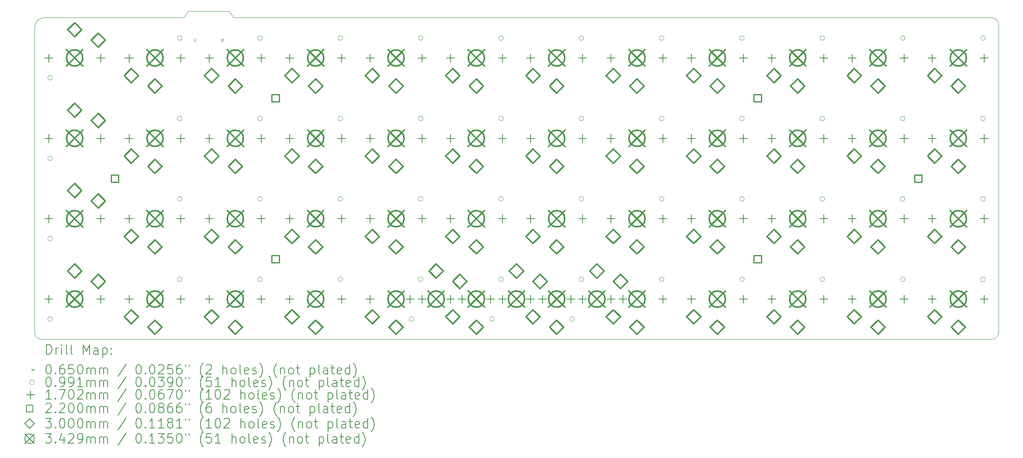
<source format=gbr>
%FSLAX45Y45*%
G04 Gerber Fmt 4.5, Leading zero omitted, Abs format (unit mm)*
G04 Created by KiCad (PCBNEW (6.0.4-0)) date 2023-09-21 22:36:33*
%MOMM*%
%LPD*%
G01*
G04 APERTURE LIST*
%TA.AperFunction,Profile*%
%ADD10C,0.100000*%
%TD*%
%ADD11C,0.200000*%
%ADD12C,0.065000*%
%ADD13C,0.099060*%
%ADD14C,0.170180*%
%ADD15C,0.220000*%
%ADD16C,0.300000*%
%ADD17C,0.342900*%
G04 APERTURE END LIST*
D10*
X7649996Y-1487496D02*
G75*
G03*
X7437496Y-1699998I4J-212504D01*
G01*
X11545828Y-1345833D02*
X11652078Y-1487499D01*
X10589578Y-1487499D02*
X10554162Y-1487499D01*
X7437503Y-8145829D02*
X7437503Y-1699999D01*
X27837487Y-8145829D02*
X27837487Y-1629166D01*
X7649996Y-1487498D02*
X10554162Y-1487499D01*
X27837485Y-1629162D02*
G75*
G03*
X27695822Y-1487495I-141665J2D01*
G01*
X27695822Y-1487495D02*
X11687494Y-1487499D01*
X11687494Y-1487499D02*
X11652078Y-1487499D01*
X7579170Y-8287496D02*
X27695820Y-8287496D01*
X10589578Y-1487499D02*
X10695828Y-1345833D01*
X10695828Y-1345833D02*
X11545828Y-1345833D01*
X7437494Y-8145829D02*
G75*
G03*
X7579170Y-8287496I141666J-1D01*
G01*
X27695820Y-8287497D02*
G75*
G03*
X27837487Y-8145829I0J141667D01*
G01*
D11*
D12*
X10799328Y-1927999D02*
X10864328Y-1992999D01*
X10864328Y-1927999D02*
X10799328Y-1992999D01*
X11377328Y-1927999D02*
X11442328Y-1992999D01*
X11442328Y-1927999D02*
X11377328Y-1992999D01*
D13*
X7815026Y-2757499D02*
G75*
G03*
X7815026Y-2757499I-49530J0D01*
G01*
X7815026Y-4457498D02*
G75*
G03*
X7815026Y-4457498I-49530J0D01*
G01*
X7815026Y-6157497D02*
G75*
G03*
X7815026Y-6157497I-49530J0D01*
G01*
X7815026Y-7857496D02*
G75*
G03*
X7815026Y-7857496I-49530J0D01*
G01*
X10559025Y-1917499D02*
G75*
G03*
X10559025Y-1917499I-49530J0D01*
G01*
X10559025Y-3617498D02*
G75*
G03*
X10559025Y-3617498I-49530J0D01*
G01*
X10559025Y-5317497D02*
G75*
G03*
X10559025Y-5317497I-49530J0D01*
G01*
X10559025Y-7017496D02*
G75*
G03*
X10559025Y-7017496I-49530J0D01*
G01*
X12259024Y-1917499D02*
G75*
G03*
X12259024Y-1917499I-49530J0D01*
G01*
X12259024Y-3617498D02*
G75*
G03*
X12259024Y-3617498I-49530J0D01*
G01*
X12259024Y-5317497D02*
G75*
G03*
X12259024Y-5317497I-49530J0D01*
G01*
X12259024Y-7017496D02*
G75*
G03*
X12259024Y-7017496I-49530J0D01*
G01*
X13959024Y-1917499D02*
G75*
G03*
X13959024Y-1917499I-49530J0D01*
G01*
X13959024Y-3617498D02*
G75*
G03*
X13959024Y-3617498I-49530J0D01*
G01*
X13959024Y-5317497D02*
G75*
G03*
X13959024Y-5317497I-49530J0D01*
G01*
X13959024Y-7017496D02*
G75*
G03*
X13959024Y-7017496I-49530J0D01*
G01*
X15465022Y-7857496D02*
G75*
G03*
X15465022Y-7857496I-49530J0D01*
G01*
X15659023Y-1917499D02*
G75*
G03*
X15659023Y-1917499I-49530J0D01*
G01*
X15659023Y-3617498D02*
G75*
G03*
X15659023Y-3617498I-49530J0D01*
G01*
X15659023Y-5317497D02*
G75*
G03*
X15659023Y-5317497I-49530J0D01*
G01*
X15659023Y-7017496D02*
G75*
G03*
X15659023Y-7017496I-49530J0D01*
G01*
X17165022Y-7857496D02*
G75*
G03*
X17165022Y-7857496I-49530J0D01*
G01*
X17359022Y-1917499D02*
G75*
G03*
X17359022Y-1917499I-49530J0D01*
G01*
X17359022Y-3617498D02*
G75*
G03*
X17359022Y-3617498I-49530J0D01*
G01*
X17359022Y-5317497D02*
G75*
G03*
X17359022Y-5317497I-49530J0D01*
G01*
X17359022Y-7017496D02*
G75*
G03*
X17359022Y-7017496I-49530J0D01*
G01*
X18865021Y-7857496D02*
G75*
G03*
X18865021Y-7857496I-49530J0D01*
G01*
X19059021Y-1917499D02*
G75*
G03*
X19059021Y-1917499I-49530J0D01*
G01*
X19059021Y-3617498D02*
G75*
G03*
X19059021Y-3617498I-49530J0D01*
G01*
X19059021Y-5317497D02*
G75*
G03*
X19059021Y-5317497I-49530J0D01*
G01*
X19059021Y-7017496D02*
G75*
G03*
X19059021Y-7017496I-49530J0D01*
G01*
X20759021Y-1917499D02*
G75*
G03*
X20759021Y-1917499I-49530J0D01*
G01*
X20759021Y-3617498D02*
G75*
G03*
X20759021Y-3617498I-49530J0D01*
G01*
X20759021Y-5317497D02*
G75*
G03*
X20759021Y-5317497I-49530J0D01*
G01*
X20759021Y-7017496D02*
G75*
G03*
X20759021Y-7017496I-49530J0D01*
G01*
X22459020Y-1917499D02*
G75*
G03*
X22459020Y-1917499I-49530J0D01*
G01*
X22459020Y-3617498D02*
G75*
G03*
X22459020Y-3617498I-49530J0D01*
G01*
X22459020Y-5317497D02*
G75*
G03*
X22459020Y-5317497I-49530J0D01*
G01*
X22459020Y-7017496D02*
G75*
G03*
X22459020Y-7017496I-49530J0D01*
G01*
X24159019Y-1917499D02*
G75*
G03*
X24159019Y-1917499I-49530J0D01*
G01*
X24159019Y-3617498D02*
G75*
G03*
X24159019Y-3617498I-49530J0D01*
G01*
X24159019Y-5317497D02*
G75*
G03*
X24159019Y-5317497I-49530J0D01*
G01*
X24159019Y-7017496D02*
G75*
G03*
X24159019Y-7017496I-49530J0D01*
G01*
X25859018Y-1917499D02*
G75*
G03*
X25859018Y-1917499I-49530J0D01*
G01*
X25859018Y-3617498D02*
G75*
G03*
X25859018Y-3617498I-49530J0D01*
G01*
X25859018Y-5317497D02*
G75*
G03*
X25859018Y-5317497I-49530J0D01*
G01*
X25859018Y-7017496D02*
G75*
G03*
X25859018Y-7017496I-49530J0D01*
G01*
X27559017Y-1917499D02*
G75*
G03*
X27559017Y-1917499I-49530J0D01*
G01*
X27559017Y-3617498D02*
G75*
G03*
X27559017Y-3617498I-49530J0D01*
G01*
X27559017Y-5317497D02*
G75*
G03*
X27559017Y-5317497I-49530J0D01*
G01*
X27559017Y-7017496D02*
G75*
G03*
X27559017Y-7017496I-49530J0D01*
G01*
D14*
X7737496Y-2252409D02*
X7737496Y-2422589D01*
X7652406Y-2337499D02*
X7822586Y-2337499D01*
X7737496Y-3952408D02*
X7737496Y-4122588D01*
X7652406Y-4037498D02*
X7822586Y-4037498D01*
X7737496Y-5652407D02*
X7737496Y-5822587D01*
X7652406Y-5737497D02*
X7822586Y-5737497D01*
X7737496Y-7352406D02*
X7737496Y-7522586D01*
X7652406Y-7437496D02*
X7822586Y-7437496D01*
X8837496Y-2252409D02*
X8837496Y-2422589D01*
X8752406Y-2337499D02*
X8922586Y-2337499D01*
X8837496Y-3952408D02*
X8837496Y-4122588D01*
X8752406Y-4037498D02*
X8922586Y-4037498D01*
X8837496Y-5652407D02*
X8837496Y-5822587D01*
X8752406Y-5737497D02*
X8922586Y-5737497D01*
X8837496Y-7352406D02*
X8837496Y-7522586D01*
X8752406Y-7437496D02*
X8922586Y-7437496D01*
X9437495Y-2252409D02*
X9437495Y-2422589D01*
X9352405Y-2337499D02*
X9522585Y-2337499D01*
X9437495Y-3952408D02*
X9437495Y-4122588D01*
X9352405Y-4037498D02*
X9522585Y-4037498D01*
X9437495Y-5652407D02*
X9437495Y-5822587D01*
X9352405Y-5737497D02*
X9522585Y-5737497D01*
X9437495Y-7352406D02*
X9437495Y-7522586D01*
X9352405Y-7437496D02*
X9522585Y-7437496D01*
X10537495Y-2252409D02*
X10537495Y-2422589D01*
X10452405Y-2337499D02*
X10622585Y-2337499D01*
X10537495Y-3952408D02*
X10537495Y-4122588D01*
X10452405Y-4037498D02*
X10622585Y-4037498D01*
X10537495Y-5652407D02*
X10537495Y-5822587D01*
X10452405Y-5737497D02*
X10622585Y-5737497D01*
X10537495Y-7352406D02*
X10537495Y-7522586D01*
X10452405Y-7437496D02*
X10622585Y-7437496D01*
X11137495Y-2252409D02*
X11137495Y-2422589D01*
X11052405Y-2337499D02*
X11222584Y-2337499D01*
X11137495Y-3952408D02*
X11137495Y-4122588D01*
X11052405Y-4037498D02*
X11222584Y-4037498D01*
X11137495Y-5652407D02*
X11137495Y-5822587D01*
X11052405Y-5737497D02*
X11222584Y-5737497D01*
X11137495Y-7352406D02*
X11137495Y-7522586D01*
X11052405Y-7437496D02*
X11222584Y-7437496D01*
X12237494Y-2252409D02*
X12237494Y-2422589D01*
X12152404Y-2337499D02*
X12322584Y-2337499D01*
X12237494Y-3952408D02*
X12237494Y-4122588D01*
X12152404Y-4037498D02*
X12322584Y-4037498D01*
X12237494Y-5652407D02*
X12237494Y-5822587D01*
X12152404Y-5737497D02*
X12322584Y-5737497D01*
X12237494Y-7352406D02*
X12237494Y-7522586D01*
X12152404Y-7437496D02*
X12322584Y-7437496D01*
X12837494Y-2252409D02*
X12837494Y-2422589D01*
X12752404Y-2337499D02*
X12922584Y-2337499D01*
X12837494Y-3952408D02*
X12837494Y-4122588D01*
X12752404Y-4037498D02*
X12922584Y-4037498D01*
X12837494Y-5652407D02*
X12837494Y-5822587D01*
X12752404Y-5737497D02*
X12922584Y-5737497D01*
X12837494Y-7352406D02*
X12837494Y-7522586D01*
X12752404Y-7437496D02*
X12922584Y-7437496D01*
X13937494Y-2252409D02*
X13937494Y-2422589D01*
X13852404Y-2337499D02*
X14022584Y-2337499D01*
X13937494Y-3952408D02*
X13937494Y-4122588D01*
X13852404Y-4037498D02*
X14022584Y-4037498D01*
X13937494Y-5652407D02*
X13937494Y-5822587D01*
X13852404Y-5737497D02*
X14022584Y-5737497D01*
X13937494Y-7352406D02*
X13937494Y-7522586D01*
X13852404Y-7437496D02*
X14022584Y-7437496D01*
X14537493Y-2252409D02*
X14537493Y-2422589D01*
X14452403Y-2337499D02*
X14622583Y-2337499D01*
X14537493Y-3952408D02*
X14537493Y-4122588D01*
X14452403Y-4037498D02*
X14622583Y-4037498D01*
X14537493Y-5652407D02*
X14537493Y-5822587D01*
X14452403Y-5737497D02*
X14622583Y-5737497D01*
X14537493Y-7352406D02*
X14537493Y-7522586D01*
X14452403Y-7437496D02*
X14622583Y-7437496D01*
X15387492Y-7352406D02*
X15387492Y-7522586D01*
X15302402Y-7437496D02*
X15472582Y-7437496D01*
X15637493Y-2252409D02*
X15637493Y-2422589D01*
X15552403Y-2337499D02*
X15722583Y-2337499D01*
X15637493Y-3952408D02*
X15637493Y-4122588D01*
X15552403Y-4037498D02*
X15722583Y-4037498D01*
X15637493Y-5652407D02*
X15637493Y-5822587D01*
X15552403Y-5737497D02*
X15722583Y-5737497D01*
X15637493Y-7352406D02*
X15637493Y-7522586D01*
X15552403Y-7437496D02*
X15722583Y-7437496D01*
X16237492Y-2252409D02*
X16237492Y-2422589D01*
X16152402Y-2337499D02*
X16322582Y-2337499D01*
X16237492Y-3952408D02*
X16237492Y-4122588D01*
X16152402Y-4037498D02*
X16322582Y-4037498D01*
X16237492Y-5652407D02*
X16237492Y-5822587D01*
X16152402Y-5737497D02*
X16322582Y-5737497D01*
X16237492Y-7352406D02*
X16237492Y-7522586D01*
X16152402Y-7437496D02*
X16322582Y-7437496D01*
X16487492Y-7352406D02*
X16487492Y-7522586D01*
X16402402Y-7437496D02*
X16572582Y-7437496D01*
X17087492Y-7352406D02*
X17087492Y-7522586D01*
X17002402Y-7437496D02*
X17172582Y-7437496D01*
X17337492Y-2252409D02*
X17337492Y-2422589D01*
X17252402Y-2337499D02*
X17422582Y-2337499D01*
X17337492Y-3952408D02*
X17337492Y-4122588D01*
X17252402Y-4037498D02*
X17422582Y-4037498D01*
X17337492Y-5652407D02*
X17337492Y-5822587D01*
X17252402Y-5737497D02*
X17422582Y-5737497D01*
X17337492Y-7352406D02*
X17337492Y-7522586D01*
X17252402Y-7437496D02*
X17422582Y-7437496D01*
X17937491Y-2252409D02*
X17937491Y-2422589D01*
X17852401Y-2337499D02*
X18022581Y-2337499D01*
X17937491Y-3952408D02*
X17937491Y-4122588D01*
X17852401Y-4037498D02*
X18022581Y-4037498D01*
X17937491Y-5652407D02*
X17937491Y-5822587D01*
X17852401Y-5737497D02*
X18022581Y-5737497D01*
X17937491Y-7352406D02*
X17937491Y-7522586D01*
X17852401Y-7437496D02*
X18022581Y-7437496D01*
X18187492Y-7352406D02*
X18187492Y-7522586D01*
X18102402Y-7437496D02*
X18272582Y-7437496D01*
X18787491Y-7352406D02*
X18787491Y-7522586D01*
X18702401Y-7437496D02*
X18872581Y-7437496D01*
X19037491Y-2252409D02*
X19037491Y-2422589D01*
X18952401Y-2337499D02*
X19122581Y-2337499D01*
X19037491Y-3952408D02*
X19037491Y-4122588D01*
X18952401Y-4037498D02*
X19122581Y-4037498D01*
X19037491Y-5652407D02*
X19037491Y-5822587D01*
X18952401Y-5737497D02*
X19122581Y-5737497D01*
X19037491Y-7352406D02*
X19037491Y-7522586D01*
X18952401Y-7437496D02*
X19122581Y-7437496D01*
X19637491Y-2252409D02*
X19637491Y-2422589D01*
X19552401Y-2337499D02*
X19722581Y-2337499D01*
X19637491Y-3952408D02*
X19637491Y-4122588D01*
X19552401Y-4037498D02*
X19722581Y-4037498D01*
X19637491Y-5652407D02*
X19637491Y-5822587D01*
X19552401Y-5737497D02*
X19722581Y-5737497D01*
X19637491Y-7352406D02*
X19637491Y-7522586D01*
X19552401Y-7437496D02*
X19722581Y-7437496D01*
X19887491Y-7352406D02*
X19887491Y-7522586D01*
X19802401Y-7437496D02*
X19972581Y-7437496D01*
X20737491Y-2252409D02*
X20737491Y-2422589D01*
X20652401Y-2337499D02*
X20822581Y-2337499D01*
X20737491Y-3952408D02*
X20737491Y-4122588D01*
X20652401Y-4037498D02*
X20822581Y-4037498D01*
X20737491Y-5652407D02*
X20737491Y-5822587D01*
X20652401Y-5737497D02*
X20822581Y-5737497D01*
X20737491Y-7352406D02*
X20737491Y-7522586D01*
X20652401Y-7437496D02*
X20822581Y-7437496D01*
X21337490Y-2252409D02*
X21337490Y-2422589D01*
X21252400Y-2337499D02*
X21422580Y-2337499D01*
X21337490Y-3952408D02*
X21337490Y-4122588D01*
X21252400Y-4037498D02*
X21422580Y-4037498D01*
X21337490Y-5652407D02*
X21337490Y-5822587D01*
X21252400Y-5737497D02*
X21422580Y-5737497D01*
X21337490Y-7352406D02*
X21337490Y-7522586D01*
X21252400Y-7437496D02*
X21422580Y-7437496D01*
X22437490Y-2252409D02*
X22437490Y-2422589D01*
X22352400Y-2337499D02*
X22522580Y-2337499D01*
X22437490Y-3952408D02*
X22437490Y-4122588D01*
X22352400Y-4037498D02*
X22522580Y-4037498D01*
X22437490Y-5652407D02*
X22437490Y-5822587D01*
X22352400Y-5737497D02*
X22522580Y-5737497D01*
X22437490Y-7352406D02*
X22437490Y-7522586D01*
X22352400Y-7437496D02*
X22522580Y-7437496D01*
X23037489Y-2252409D02*
X23037489Y-2422589D01*
X22952399Y-2337499D02*
X23122579Y-2337499D01*
X23037489Y-3952408D02*
X23037489Y-4122588D01*
X22952399Y-4037498D02*
X23122579Y-4037498D01*
X23037489Y-5652407D02*
X23037489Y-5822587D01*
X22952399Y-5737497D02*
X23122579Y-5737497D01*
X23037489Y-7352406D02*
X23037489Y-7522586D01*
X22952399Y-7437496D02*
X23122579Y-7437496D01*
X24137489Y-2252409D02*
X24137489Y-2422589D01*
X24052399Y-2337499D02*
X24222579Y-2337499D01*
X24137489Y-3952408D02*
X24137489Y-4122588D01*
X24052399Y-4037498D02*
X24222579Y-4037498D01*
X24137489Y-5652407D02*
X24137489Y-5822587D01*
X24052399Y-5737497D02*
X24222579Y-5737497D01*
X24137489Y-7352406D02*
X24137489Y-7522586D01*
X24052399Y-7437496D02*
X24222579Y-7437496D01*
X24737488Y-2252409D02*
X24737488Y-2422589D01*
X24652398Y-2337499D02*
X24822578Y-2337499D01*
X24737488Y-3952408D02*
X24737488Y-4122588D01*
X24652398Y-4037498D02*
X24822578Y-4037498D01*
X24737488Y-5652407D02*
X24737488Y-5822587D01*
X24652398Y-5737497D02*
X24822578Y-5737497D01*
X24737488Y-7352406D02*
X24737488Y-7522586D01*
X24652398Y-7437496D02*
X24822578Y-7437496D01*
X25837488Y-2252409D02*
X25837488Y-2422589D01*
X25752398Y-2337499D02*
X25922578Y-2337499D01*
X25837488Y-3952408D02*
X25837488Y-4122588D01*
X25752398Y-4037498D02*
X25922578Y-4037498D01*
X25837488Y-5652407D02*
X25837488Y-5822587D01*
X25752398Y-5737497D02*
X25922578Y-5737497D01*
X25837488Y-7352406D02*
X25837488Y-7522586D01*
X25752398Y-7437496D02*
X25922578Y-7437496D01*
X26437487Y-2252409D02*
X26437487Y-2422589D01*
X26352397Y-2337499D02*
X26522577Y-2337499D01*
X26437487Y-3952408D02*
X26437487Y-4122588D01*
X26352397Y-4037498D02*
X26522577Y-4037498D01*
X26437487Y-5652407D02*
X26437487Y-5822587D01*
X26352397Y-5737497D02*
X26522577Y-5737497D01*
X26437487Y-7352406D02*
X26437487Y-7522586D01*
X26352397Y-7437496D02*
X26522577Y-7437496D01*
X27537487Y-2252409D02*
X27537487Y-2422589D01*
X27452397Y-2337499D02*
X27622577Y-2337499D01*
X27537487Y-3952408D02*
X27537487Y-4122588D01*
X27452397Y-4037498D02*
X27622577Y-4037498D01*
X27537487Y-5652407D02*
X27537487Y-5822587D01*
X27452397Y-5737497D02*
X27622577Y-5737497D01*
X27537487Y-7352406D02*
X27537487Y-7522586D01*
X27452397Y-7437496D02*
X27622577Y-7437496D01*
D15*
X9215278Y-4965280D02*
X9215278Y-4809715D01*
X9059713Y-4809715D01*
X9059713Y-4965280D01*
X9215278Y-4965280D01*
X12615277Y-3265281D02*
X12615277Y-3109716D01*
X12459712Y-3109716D01*
X12459712Y-3265281D01*
X12615277Y-3265281D01*
X12615277Y-6665279D02*
X12615277Y-6509714D01*
X12459712Y-6509714D01*
X12459712Y-6665279D01*
X12615277Y-6665279D01*
X22815272Y-3265281D02*
X22815272Y-3109716D01*
X22659707Y-3109716D01*
X22659707Y-3265281D01*
X22815272Y-3265281D01*
X22815272Y-6665279D02*
X22815272Y-6509714D01*
X22659707Y-6509714D01*
X22659707Y-6665279D01*
X22815272Y-6665279D01*
X26215270Y-4965280D02*
X26215270Y-4809715D01*
X26059705Y-4809715D01*
X26059705Y-4965280D01*
X26215270Y-4965280D01*
D16*
X8287496Y-1892499D02*
X8437496Y-1742499D01*
X8287496Y-1592499D01*
X8137496Y-1742499D01*
X8287496Y-1892499D01*
X8287496Y-3592498D02*
X8437496Y-3442498D01*
X8287496Y-3292498D01*
X8137496Y-3442498D01*
X8287496Y-3592498D01*
X8287496Y-5292497D02*
X8437496Y-5142497D01*
X8287496Y-4992497D01*
X8137496Y-5142497D01*
X8287496Y-5292497D01*
X8287496Y-6992496D02*
X8437496Y-6842496D01*
X8287496Y-6692496D01*
X8137496Y-6842496D01*
X8287496Y-6992496D01*
X8787496Y-2112499D02*
X8937496Y-1962499D01*
X8787496Y-1812499D01*
X8637496Y-1962499D01*
X8787496Y-2112499D01*
X8787496Y-3812498D02*
X8937496Y-3662498D01*
X8787496Y-3512498D01*
X8637496Y-3662498D01*
X8787496Y-3812498D01*
X8787496Y-5512497D02*
X8937496Y-5362497D01*
X8787496Y-5212497D01*
X8637496Y-5362497D01*
X8787496Y-5512497D01*
X8787496Y-7212496D02*
X8937496Y-7062496D01*
X8787496Y-6912496D01*
X8637496Y-7062496D01*
X8787496Y-7212496D01*
X9487495Y-2862499D02*
X9637495Y-2712499D01*
X9487495Y-2562499D01*
X9337495Y-2712499D01*
X9487495Y-2862499D01*
X9487495Y-4562498D02*
X9637495Y-4412498D01*
X9487495Y-4262498D01*
X9337495Y-4412498D01*
X9487495Y-4562498D01*
X9487495Y-6262497D02*
X9637495Y-6112497D01*
X9487495Y-5962497D01*
X9337495Y-6112497D01*
X9487495Y-6262497D01*
X9487495Y-7962496D02*
X9637495Y-7812496D01*
X9487495Y-7662496D01*
X9337495Y-7812496D01*
X9487495Y-7962496D01*
X9987495Y-3082499D02*
X10137495Y-2932499D01*
X9987495Y-2782499D01*
X9837495Y-2932499D01*
X9987495Y-3082499D01*
X9987495Y-4782498D02*
X10137495Y-4632498D01*
X9987495Y-4482498D01*
X9837495Y-4632498D01*
X9987495Y-4782498D01*
X9987495Y-6482497D02*
X10137495Y-6332497D01*
X9987495Y-6182497D01*
X9837495Y-6332497D01*
X9987495Y-6482497D01*
X9987495Y-8182496D02*
X10137495Y-8032496D01*
X9987495Y-7882496D01*
X9837495Y-8032496D01*
X9987495Y-8182496D01*
X11187494Y-2862499D02*
X11337494Y-2712499D01*
X11187494Y-2562499D01*
X11037495Y-2712499D01*
X11187494Y-2862499D01*
X11187494Y-4562498D02*
X11337494Y-4412498D01*
X11187494Y-4262498D01*
X11037495Y-4412498D01*
X11187494Y-4562498D01*
X11187494Y-6262497D02*
X11337494Y-6112497D01*
X11187494Y-5962497D01*
X11037495Y-6112497D01*
X11187494Y-6262497D01*
X11187494Y-7962496D02*
X11337494Y-7812496D01*
X11187494Y-7662496D01*
X11037495Y-7812496D01*
X11187494Y-7962496D01*
X11687494Y-3082499D02*
X11837494Y-2932499D01*
X11687494Y-2782499D01*
X11537494Y-2932499D01*
X11687494Y-3082499D01*
X11687494Y-4782498D02*
X11837494Y-4632498D01*
X11687494Y-4482498D01*
X11537494Y-4632498D01*
X11687494Y-4782498D01*
X11687494Y-6482497D02*
X11837494Y-6332497D01*
X11687494Y-6182497D01*
X11537494Y-6332497D01*
X11687494Y-6482497D01*
X11687494Y-8182496D02*
X11837494Y-8032496D01*
X11687494Y-7882496D01*
X11537494Y-8032496D01*
X11687494Y-8182496D01*
X12887494Y-2862499D02*
X13037494Y-2712499D01*
X12887494Y-2562499D01*
X12737494Y-2712499D01*
X12887494Y-2862499D01*
X12887494Y-4562498D02*
X13037494Y-4412498D01*
X12887494Y-4262498D01*
X12737494Y-4412498D01*
X12887494Y-4562498D01*
X12887494Y-6262497D02*
X13037494Y-6112497D01*
X12887494Y-5962497D01*
X12737494Y-6112497D01*
X12887494Y-6262497D01*
X12887494Y-7962496D02*
X13037494Y-7812496D01*
X12887494Y-7662496D01*
X12737494Y-7812496D01*
X12887494Y-7962496D01*
X13387494Y-3082499D02*
X13537494Y-2932499D01*
X13387494Y-2782499D01*
X13237494Y-2932499D01*
X13387494Y-3082499D01*
X13387494Y-4782498D02*
X13537494Y-4632498D01*
X13387494Y-4482498D01*
X13237494Y-4632498D01*
X13387494Y-4782498D01*
X13387494Y-6482497D02*
X13537494Y-6332497D01*
X13387494Y-6182497D01*
X13237494Y-6332497D01*
X13387494Y-6482497D01*
X13387494Y-8182496D02*
X13537494Y-8032496D01*
X13387494Y-7882496D01*
X13237494Y-8032496D01*
X13387494Y-8182496D01*
X14587493Y-2862499D02*
X14737493Y-2712499D01*
X14587493Y-2562499D01*
X14437493Y-2712499D01*
X14587493Y-2862499D01*
X14587493Y-4562498D02*
X14737493Y-4412498D01*
X14587493Y-4262498D01*
X14437493Y-4412498D01*
X14587493Y-4562498D01*
X14587493Y-6262497D02*
X14737493Y-6112497D01*
X14587493Y-5962497D01*
X14437493Y-6112497D01*
X14587493Y-6262497D01*
X14587493Y-7962496D02*
X14737493Y-7812496D01*
X14587493Y-7662496D01*
X14437493Y-7812496D01*
X14587493Y-7962496D01*
X15087493Y-3082499D02*
X15237493Y-2932499D01*
X15087493Y-2782499D01*
X14937493Y-2932499D01*
X15087493Y-3082499D01*
X15087493Y-4782498D02*
X15237493Y-4632498D01*
X15087493Y-4482498D01*
X14937493Y-4632498D01*
X15087493Y-4782498D01*
X15087493Y-6482497D02*
X15237493Y-6332497D01*
X15087493Y-6182497D01*
X14937493Y-6332497D01*
X15087493Y-6482497D01*
X15087493Y-8182496D02*
X15237493Y-8032496D01*
X15087493Y-7882496D01*
X14937493Y-8032496D01*
X15087493Y-8182496D01*
X15937492Y-6992496D02*
X16087492Y-6842496D01*
X15937492Y-6692496D01*
X15787492Y-6842496D01*
X15937492Y-6992496D01*
X16287492Y-2862499D02*
X16437492Y-2712499D01*
X16287492Y-2562499D01*
X16137492Y-2712499D01*
X16287492Y-2862499D01*
X16287492Y-4562498D02*
X16437492Y-4412498D01*
X16287492Y-4262498D01*
X16137492Y-4412498D01*
X16287492Y-4562498D01*
X16287492Y-6262497D02*
X16437492Y-6112497D01*
X16287492Y-5962497D01*
X16137492Y-6112497D01*
X16287492Y-6262497D01*
X16287492Y-7962496D02*
X16437492Y-7812496D01*
X16287492Y-7662496D01*
X16137492Y-7812496D01*
X16287492Y-7962496D01*
X16437492Y-7212496D02*
X16587492Y-7062496D01*
X16437492Y-6912496D01*
X16287492Y-7062496D01*
X16437492Y-7212496D01*
X16787492Y-3082499D02*
X16937492Y-2932499D01*
X16787492Y-2782499D01*
X16637492Y-2932499D01*
X16787492Y-3082499D01*
X16787492Y-4782498D02*
X16937492Y-4632498D01*
X16787492Y-4482498D01*
X16637492Y-4632498D01*
X16787492Y-4782498D01*
X16787492Y-6482497D02*
X16937492Y-6332497D01*
X16787492Y-6182497D01*
X16637492Y-6332497D01*
X16787492Y-6482497D01*
X16787492Y-8182496D02*
X16937492Y-8032496D01*
X16787492Y-7882496D01*
X16637492Y-8032496D01*
X16787492Y-8182496D01*
X17637492Y-6992496D02*
X17787492Y-6842496D01*
X17637492Y-6692496D01*
X17487492Y-6842496D01*
X17637492Y-6992496D01*
X17987491Y-2862499D02*
X18137491Y-2712499D01*
X17987491Y-2562499D01*
X17837491Y-2712499D01*
X17987491Y-2862499D01*
X17987491Y-4562498D02*
X18137491Y-4412498D01*
X17987491Y-4262498D01*
X17837491Y-4412498D01*
X17987491Y-4562498D01*
X17987491Y-6262497D02*
X18137491Y-6112497D01*
X17987491Y-5962497D01*
X17837491Y-6112497D01*
X17987491Y-6262497D01*
X17987491Y-7962496D02*
X18137491Y-7812496D01*
X17987491Y-7662496D01*
X17837491Y-7812496D01*
X17987491Y-7962496D01*
X18137492Y-7212496D02*
X18287492Y-7062496D01*
X18137492Y-6912496D01*
X17987492Y-7062496D01*
X18137492Y-7212496D01*
X18487491Y-3082499D02*
X18637491Y-2932499D01*
X18487491Y-2782499D01*
X18337491Y-2932499D01*
X18487491Y-3082499D01*
X18487491Y-4782498D02*
X18637491Y-4632498D01*
X18487491Y-4482498D01*
X18337491Y-4632498D01*
X18487491Y-4782498D01*
X18487491Y-6482497D02*
X18637491Y-6332497D01*
X18487491Y-6182497D01*
X18337491Y-6332497D01*
X18487491Y-6482497D01*
X18487491Y-8182496D02*
X18637491Y-8032496D01*
X18487491Y-7882496D01*
X18337491Y-8032496D01*
X18487491Y-8182496D01*
X19337491Y-6992496D02*
X19487491Y-6842496D01*
X19337491Y-6692496D01*
X19187491Y-6842496D01*
X19337491Y-6992496D01*
X19687491Y-2862499D02*
X19837491Y-2712499D01*
X19687491Y-2562499D01*
X19537491Y-2712499D01*
X19687491Y-2862499D01*
X19687491Y-4562498D02*
X19837491Y-4412498D01*
X19687491Y-4262498D01*
X19537491Y-4412498D01*
X19687491Y-4562498D01*
X19687491Y-6262497D02*
X19837491Y-6112497D01*
X19687491Y-5962497D01*
X19537491Y-6112497D01*
X19687491Y-6262497D01*
X19687491Y-7962496D02*
X19837491Y-7812496D01*
X19687491Y-7662496D01*
X19537491Y-7812496D01*
X19687491Y-7962496D01*
X19837491Y-7212496D02*
X19987491Y-7062496D01*
X19837491Y-6912496D01*
X19687491Y-7062496D01*
X19837491Y-7212496D01*
X20187491Y-3082499D02*
X20337491Y-2932499D01*
X20187491Y-2782499D01*
X20037491Y-2932499D01*
X20187491Y-3082499D01*
X20187491Y-4782498D02*
X20337491Y-4632498D01*
X20187491Y-4482498D01*
X20037491Y-4632498D01*
X20187491Y-4782498D01*
X20187491Y-6482497D02*
X20337491Y-6332497D01*
X20187491Y-6182497D01*
X20037491Y-6332497D01*
X20187491Y-6482497D01*
X20187491Y-8182496D02*
X20337491Y-8032496D01*
X20187491Y-7882496D01*
X20037491Y-8032496D01*
X20187491Y-8182496D01*
X21387490Y-2862499D02*
X21537490Y-2712499D01*
X21387490Y-2562499D01*
X21237490Y-2712499D01*
X21387490Y-2862499D01*
X21387490Y-4562498D02*
X21537490Y-4412498D01*
X21387490Y-4262498D01*
X21237490Y-4412498D01*
X21387490Y-4562498D01*
X21387490Y-6262497D02*
X21537490Y-6112497D01*
X21387490Y-5962497D01*
X21237490Y-6112497D01*
X21387490Y-6262497D01*
X21387490Y-7962496D02*
X21537490Y-7812496D01*
X21387490Y-7662496D01*
X21237490Y-7812496D01*
X21387490Y-7962496D01*
X21887490Y-3082499D02*
X22037490Y-2932499D01*
X21887490Y-2782499D01*
X21737490Y-2932499D01*
X21887490Y-3082499D01*
X21887490Y-4782498D02*
X22037490Y-4632498D01*
X21887490Y-4482498D01*
X21737490Y-4632498D01*
X21887490Y-4782498D01*
X21887490Y-6482497D02*
X22037490Y-6332497D01*
X21887490Y-6182497D01*
X21737490Y-6332497D01*
X21887490Y-6482497D01*
X21887490Y-8182496D02*
X22037490Y-8032496D01*
X21887490Y-7882496D01*
X21737490Y-8032496D01*
X21887490Y-8182496D01*
X23087489Y-2862499D02*
X23237489Y-2712499D01*
X23087489Y-2562499D01*
X22937489Y-2712499D01*
X23087489Y-2862499D01*
X23087489Y-4562498D02*
X23237489Y-4412498D01*
X23087489Y-4262498D01*
X22937489Y-4412498D01*
X23087489Y-4562498D01*
X23087489Y-6262497D02*
X23237489Y-6112497D01*
X23087489Y-5962497D01*
X22937489Y-6112497D01*
X23087489Y-6262497D01*
X23087489Y-7962496D02*
X23237489Y-7812496D01*
X23087489Y-7662496D01*
X22937489Y-7812496D01*
X23087489Y-7962496D01*
X23587489Y-3082499D02*
X23737489Y-2932499D01*
X23587489Y-2782499D01*
X23437489Y-2932499D01*
X23587489Y-3082499D01*
X23587489Y-4782498D02*
X23737489Y-4632498D01*
X23587489Y-4482498D01*
X23437489Y-4632498D01*
X23587489Y-4782498D01*
X23587489Y-6482497D02*
X23737489Y-6332497D01*
X23587489Y-6182497D01*
X23437489Y-6332497D01*
X23587489Y-6482497D01*
X23587489Y-8182496D02*
X23737489Y-8032496D01*
X23587489Y-7882496D01*
X23437489Y-8032496D01*
X23587489Y-8182496D01*
X24787488Y-2862499D02*
X24937488Y-2712499D01*
X24787488Y-2562499D01*
X24637488Y-2712499D01*
X24787488Y-2862499D01*
X24787488Y-4562498D02*
X24937488Y-4412498D01*
X24787488Y-4262498D01*
X24637488Y-4412498D01*
X24787488Y-4562498D01*
X24787488Y-6262497D02*
X24937488Y-6112497D01*
X24787488Y-5962497D01*
X24637488Y-6112497D01*
X24787488Y-6262497D01*
X24787488Y-7962496D02*
X24937488Y-7812496D01*
X24787488Y-7662496D01*
X24637488Y-7812496D01*
X24787488Y-7962496D01*
X25287488Y-3082499D02*
X25437488Y-2932499D01*
X25287488Y-2782499D01*
X25137488Y-2932499D01*
X25287488Y-3082499D01*
X25287488Y-4782498D02*
X25437488Y-4632498D01*
X25287488Y-4482498D01*
X25137488Y-4632498D01*
X25287488Y-4782498D01*
X25287488Y-6482497D02*
X25437488Y-6332497D01*
X25287488Y-6182497D01*
X25137488Y-6332497D01*
X25287488Y-6482497D01*
X25287488Y-8182496D02*
X25437488Y-8032496D01*
X25287488Y-7882496D01*
X25137488Y-8032496D01*
X25287488Y-8182496D01*
X26487487Y-2862499D02*
X26637487Y-2712499D01*
X26487487Y-2562499D01*
X26337487Y-2712499D01*
X26487487Y-2862499D01*
X26487487Y-4562498D02*
X26637487Y-4412498D01*
X26487487Y-4262498D01*
X26337487Y-4412498D01*
X26487487Y-4562498D01*
X26487487Y-6262497D02*
X26637487Y-6112497D01*
X26487487Y-5962497D01*
X26337487Y-6112497D01*
X26487487Y-6262497D01*
X26487487Y-7962496D02*
X26637487Y-7812496D01*
X26487487Y-7662496D01*
X26337487Y-7812496D01*
X26487487Y-7962496D01*
X26987487Y-3082499D02*
X27137487Y-2932499D01*
X26987487Y-2782499D01*
X26837487Y-2932499D01*
X26987487Y-3082499D01*
X26987487Y-4782498D02*
X27137487Y-4632498D01*
X26987487Y-4482498D01*
X26837487Y-4632498D01*
X26987487Y-4782498D01*
X26987487Y-6482497D02*
X27137487Y-6332497D01*
X26987487Y-6182497D01*
X26837487Y-6332497D01*
X26987487Y-6482497D01*
X26987487Y-8182496D02*
X27137487Y-8032496D01*
X26987487Y-7882496D01*
X26837487Y-8032496D01*
X26987487Y-8182496D01*
D17*
X8116046Y-2166049D02*
X8458946Y-2508949D01*
X8458946Y-2166049D02*
X8116046Y-2508949D01*
X8458946Y-2337499D02*
G75*
G03*
X8458946Y-2337499I-171450J0D01*
G01*
X8116046Y-3866048D02*
X8458946Y-4208948D01*
X8458946Y-3866048D02*
X8116046Y-4208948D01*
X8458946Y-4037498D02*
G75*
G03*
X8458946Y-4037498I-171450J0D01*
G01*
X8116046Y-5566047D02*
X8458946Y-5908947D01*
X8458946Y-5566047D02*
X8116046Y-5908947D01*
X8458946Y-5737497D02*
G75*
G03*
X8458946Y-5737497I-171450J0D01*
G01*
X8116046Y-7266046D02*
X8458946Y-7608946D01*
X8458946Y-7266046D02*
X8116046Y-7608946D01*
X8458946Y-7437496D02*
G75*
G03*
X8458946Y-7437496I-171450J0D01*
G01*
X9816045Y-2166049D02*
X10158945Y-2508949D01*
X10158945Y-2166049D02*
X9816045Y-2508949D01*
X10158945Y-2337499D02*
G75*
G03*
X10158945Y-2337499I-171450J0D01*
G01*
X9816045Y-3866048D02*
X10158945Y-4208948D01*
X10158945Y-3866048D02*
X9816045Y-4208948D01*
X10158945Y-4037498D02*
G75*
G03*
X10158945Y-4037498I-171450J0D01*
G01*
X9816045Y-5566047D02*
X10158945Y-5908947D01*
X10158945Y-5566047D02*
X9816045Y-5908947D01*
X10158945Y-5737497D02*
G75*
G03*
X10158945Y-5737497I-171450J0D01*
G01*
X9816045Y-7266046D02*
X10158945Y-7608946D01*
X10158945Y-7266046D02*
X9816045Y-7608946D01*
X10158945Y-7437496D02*
G75*
G03*
X10158945Y-7437496I-171450J0D01*
G01*
X11516044Y-2166049D02*
X11858944Y-2508949D01*
X11858944Y-2166049D02*
X11516044Y-2508949D01*
X11858944Y-2337499D02*
G75*
G03*
X11858944Y-2337499I-171450J0D01*
G01*
X11516044Y-3866048D02*
X11858944Y-4208948D01*
X11858944Y-3866048D02*
X11516044Y-4208948D01*
X11858944Y-4037498D02*
G75*
G03*
X11858944Y-4037498I-171450J0D01*
G01*
X11516044Y-5566047D02*
X11858944Y-5908947D01*
X11858944Y-5566047D02*
X11516044Y-5908947D01*
X11858944Y-5737497D02*
G75*
G03*
X11858944Y-5737497I-171450J0D01*
G01*
X11516044Y-7266046D02*
X11858944Y-7608946D01*
X11858944Y-7266046D02*
X11516044Y-7608946D01*
X11858944Y-7437496D02*
G75*
G03*
X11858944Y-7437496I-171450J0D01*
G01*
X13216044Y-2166049D02*
X13558944Y-2508949D01*
X13558944Y-2166049D02*
X13216044Y-2508949D01*
X13558944Y-2337499D02*
G75*
G03*
X13558944Y-2337499I-171450J0D01*
G01*
X13216044Y-3866048D02*
X13558944Y-4208948D01*
X13558944Y-3866048D02*
X13216044Y-4208948D01*
X13558944Y-4037498D02*
G75*
G03*
X13558944Y-4037498I-171450J0D01*
G01*
X13216044Y-5566047D02*
X13558944Y-5908947D01*
X13558944Y-5566047D02*
X13216044Y-5908947D01*
X13558944Y-5737497D02*
G75*
G03*
X13558944Y-5737497I-171450J0D01*
G01*
X13216044Y-7266046D02*
X13558944Y-7608946D01*
X13558944Y-7266046D02*
X13216044Y-7608946D01*
X13558944Y-7437496D02*
G75*
G03*
X13558944Y-7437496I-171450J0D01*
G01*
X14916043Y-2166049D02*
X15258943Y-2508949D01*
X15258943Y-2166049D02*
X14916043Y-2508949D01*
X15258943Y-2337499D02*
G75*
G03*
X15258943Y-2337499I-171450J0D01*
G01*
X14916043Y-3866048D02*
X15258943Y-4208948D01*
X15258943Y-3866048D02*
X14916043Y-4208948D01*
X15258943Y-4037498D02*
G75*
G03*
X15258943Y-4037498I-171450J0D01*
G01*
X14916043Y-5566047D02*
X15258943Y-5908947D01*
X15258943Y-5566047D02*
X14916043Y-5908947D01*
X15258943Y-5737497D02*
G75*
G03*
X15258943Y-5737497I-171450J0D01*
G01*
X14916043Y-7266046D02*
X15258943Y-7608946D01*
X15258943Y-7266046D02*
X14916043Y-7608946D01*
X15258943Y-7437496D02*
G75*
G03*
X15258943Y-7437496I-171450J0D01*
G01*
X15766042Y-7266046D02*
X16108942Y-7608946D01*
X16108942Y-7266046D02*
X15766042Y-7608946D01*
X16108942Y-7437496D02*
G75*
G03*
X16108942Y-7437496I-171450J0D01*
G01*
X16616042Y-2166049D02*
X16958942Y-2508949D01*
X16958942Y-2166049D02*
X16616042Y-2508949D01*
X16958942Y-2337499D02*
G75*
G03*
X16958942Y-2337499I-171450J0D01*
G01*
X16616042Y-3866048D02*
X16958942Y-4208948D01*
X16958942Y-3866048D02*
X16616042Y-4208948D01*
X16958942Y-4037498D02*
G75*
G03*
X16958942Y-4037498I-171450J0D01*
G01*
X16616042Y-5566047D02*
X16958942Y-5908947D01*
X16958942Y-5566047D02*
X16616042Y-5908947D01*
X16958942Y-5737497D02*
G75*
G03*
X16958942Y-5737497I-171450J0D01*
G01*
X16616042Y-7266046D02*
X16958942Y-7608946D01*
X16958942Y-7266046D02*
X16616042Y-7608946D01*
X16958942Y-7437496D02*
G75*
G03*
X16958942Y-7437496I-171450J0D01*
G01*
X17466042Y-7266046D02*
X17808942Y-7608946D01*
X17808942Y-7266046D02*
X17466042Y-7608946D01*
X17808942Y-7437496D02*
G75*
G03*
X17808942Y-7437496I-171450J0D01*
G01*
X18316041Y-2166049D02*
X18658941Y-2508949D01*
X18658941Y-2166049D02*
X18316041Y-2508949D01*
X18658941Y-2337499D02*
G75*
G03*
X18658941Y-2337499I-171450J0D01*
G01*
X18316041Y-3866048D02*
X18658941Y-4208948D01*
X18658941Y-3866048D02*
X18316041Y-4208948D01*
X18658941Y-4037498D02*
G75*
G03*
X18658941Y-4037498I-171450J0D01*
G01*
X18316041Y-5566047D02*
X18658941Y-5908947D01*
X18658941Y-5566047D02*
X18316041Y-5908947D01*
X18658941Y-5737497D02*
G75*
G03*
X18658941Y-5737497I-171450J0D01*
G01*
X18316041Y-7266046D02*
X18658941Y-7608946D01*
X18658941Y-7266046D02*
X18316041Y-7608946D01*
X18658941Y-7437496D02*
G75*
G03*
X18658941Y-7437496I-171450J0D01*
G01*
X19166041Y-7266046D02*
X19508941Y-7608946D01*
X19508941Y-7266046D02*
X19166041Y-7608946D01*
X19508941Y-7437496D02*
G75*
G03*
X19508941Y-7437496I-171450J0D01*
G01*
X20016041Y-2166049D02*
X20358941Y-2508949D01*
X20358941Y-2166049D02*
X20016041Y-2508949D01*
X20358941Y-2337499D02*
G75*
G03*
X20358941Y-2337499I-171450J0D01*
G01*
X20016041Y-3866048D02*
X20358941Y-4208948D01*
X20358941Y-3866048D02*
X20016041Y-4208948D01*
X20358941Y-4037498D02*
G75*
G03*
X20358941Y-4037498I-171450J0D01*
G01*
X20016041Y-5566047D02*
X20358941Y-5908947D01*
X20358941Y-5566047D02*
X20016041Y-5908947D01*
X20358941Y-5737497D02*
G75*
G03*
X20358941Y-5737497I-171450J0D01*
G01*
X20016041Y-7266046D02*
X20358941Y-7608946D01*
X20358941Y-7266046D02*
X20016041Y-7608946D01*
X20358941Y-7437496D02*
G75*
G03*
X20358941Y-7437496I-171450J0D01*
G01*
X21716040Y-2166049D02*
X22058940Y-2508949D01*
X22058940Y-2166049D02*
X21716040Y-2508949D01*
X22058940Y-2337499D02*
G75*
G03*
X22058940Y-2337499I-171450J0D01*
G01*
X21716040Y-3866048D02*
X22058940Y-4208948D01*
X22058940Y-3866048D02*
X21716040Y-4208948D01*
X22058940Y-4037498D02*
G75*
G03*
X22058940Y-4037498I-171450J0D01*
G01*
X21716040Y-5566047D02*
X22058940Y-5908947D01*
X22058940Y-5566047D02*
X21716040Y-5908947D01*
X22058940Y-5737497D02*
G75*
G03*
X22058940Y-5737497I-171450J0D01*
G01*
X21716040Y-7266046D02*
X22058940Y-7608946D01*
X22058940Y-7266046D02*
X21716040Y-7608946D01*
X22058940Y-7437496D02*
G75*
G03*
X22058940Y-7437496I-171450J0D01*
G01*
X23416039Y-2166049D02*
X23758939Y-2508949D01*
X23758939Y-2166049D02*
X23416039Y-2508949D01*
X23758939Y-2337499D02*
G75*
G03*
X23758939Y-2337499I-171450J0D01*
G01*
X23416039Y-3866048D02*
X23758939Y-4208948D01*
X23758939Y-3866048D02*
X23416039Y-4208948D01*
X23758939Y-4037498D02*
G75*
G03*
X23758939Y-4037498I-171450J0D01*
G01*
X23416039Y-5566047D02*
X23758939Y-5908947D01*
X23758939Y-5566047D02*
X23416039Y-5908947D01*
X23758939Y-5737497D02*
G75*
G03*
X23758939Y-5737497I-171450J0D01*
G01*
X23416039Y-7266046D02*
X23758939Y-7608946D01*
X23758939Y-7266046D02*
X23416039Y-7608946D01*
X23758939Y-7437496D02*
G75*
G03*
X23758939Y-7437496I-171450J0D01*
G01*
X25116038Y-2166049D02*
X25458938Y-2508949D01*
X25458938Y-2166049D02*
X25116038Y-2508949D01*
X25458938Y-2337499D02*
G75*
G03*
X25458938Y-2337499I-171450J0D01*
G01*
X25116038Y-3866048D02*
X25458938Y-4208948D01*
X25458938Y-3866048D02*
X25116038Y-4208948D01*
X25458938Y-4037498D02*
G75*
G03*
X25458938Y-4037498I-171450J0D01*
G01*
X25116038Y-5566047D02*
X25458938Y-5908947D01*
X25458938Y-5566047D02*
X25116038Y-5908947D01*
X25458938Y-5737497D02*
G75*
G03*
X25458938Y-5737497I-171450J0D01*
G01*
X25116038Y-7266046D02*
X25458938Y-7608946D01*
X25458938Y-7266046D02*
X25116038Y-7608946D01*
X25458938Y-7437496D02*
G75*
G03*
X25458938Y-7437496I-171450J0D01*
G01*
X26816037Y-2166049D02*
X27158937Y-2508949D01*
X27158937Y-2166049D02*
X26816037Y-2508949D01*
X27158937Y-2337499D02*
G75*
G03*
X27158937Y-2337499I-171450J0D01*
G01*
X26816037Y-3866048D02*
X27158937Y-4208948D01*
X27158937Y-3866048D02*
X26816037Y-4208948D01*
X27158937Y-4037498D02*
G75*
G03*
X27158937Y-4037498I-171450J0D01*
G01*
X26816037Y-5566047D02*
X27158937Y-5908947D01*
X27158937Y-5566047D02*
X26816037Y-5908947D01*
X27158937Y-5737497D02*
G75*
G03*
X27158937Y-5737497I-171450J0D01*
G01*
X26816037Y-7266046D02*
X27158937Y-7608946D01*
X27158937Y-7266046D02*
X26816037Y-7608946D01*
X27158937Y-7437496D02*
G75*
G03*
X27158937Y-7437496I-171450J0D01*
G01*
D11*
X7690115Y-8602972D02*
X7690115Y-8402972D01*
X7737734Y-8402972D01*
X7766306Y-8412496D01*
X7785354Y-8431544D01*
X7794877Y-8450591D01*
X7804401Y-8488687D01*
X7804401Y-8517258D01*
X7794877Y-8555353D01*
X7785354Y-8574401D01*
X7766306Y-8593448D01*
X7737734Y-8602972D01*
X7690115Y-8602972D01*
X7890115Y-8602972D02*
X7890115Y-8469639D01*
X7890115Y-8507734D02*
X7899639Y-8488687D01*
X7909163Y-8479163D01*
X7928211Y-8469639D01*
X7947258Y-8469639D01*
X8013925Y-8602972D02*
X8013925Y-8469639D01*
X8013925Y-8402972D02*
X8004401Y-8412496D01*
X8013925Y-8422020D01*
X8023449Y-8412496D01*
X8013925Y-8402972D01*
X8013925Y-8422020D01*
X8137734Y-8602972D02*
X8118687Y-8593448D01*
X8109163Y-8574401D01*
X8109163Y-8402972D01*
X8242496Y-8602972D02*
X8223449Y-8593448D01*
X8213925Y-8574401D01*
X8213925Y-8402972D01*
X8471068Y-8602972D02*
X8471068Y-8402972D01*
X8537735Y-8545829D01*
X8604401Y-8402972D01*
X8604401Y-8602972D01*
X8785354Y-8602972D02*
X8785354Y-8498210D01*
X8775830Y-8479163D01*
X8756782Y-8469639D01*
X8718687Y-8469639D01*
X8699639Y-8479163D01*
X8785354Y-8593448D02*
X8766306Y-8602972D01*
X8718687Y-8602972D01*
X8699639Y-8593448D01*
X8690116Y-8574401D01*
X8690116Y-8555353D01*
X8699639Y-8536306D01*
X8718687Y-8526782D01*
X8766306Y-8526782D01*
X8785354Y-8517258D01*
X8880592Y-8469639D02*
X8880592Y-8669639D01*
X8880592Y-8479163D02*
X8899639Y-8469639D01*
X8937735Y-8469639D01*
X8956782Y-8479163D01*
X8966306Y-8488687D01*
X8975830Y-8507734D01*
X8975830Y-8564877D01*
X8966306Y-8583925D01*
X8956782Y-8593448D01*
X8937735Y-8602972D01*
X8899639Y-8602972D01*
X8880592Y-8593448D01*
X9061544Y-8583925D02*
X9071068Y-8593448D01*
X9061544Y-8602972D01*
X9052020Y-8593448D01*
X9061544Y-8583925D01*
X9061544Y-8602972D01*
X9061544Y-8479163D02*
X9071068Y-8488687D01*
X9061544Y-8498210D01*
X9052020Y-8488687D01*
X9061544Y-8479163D01*
X9061544Y-8498210D01*
D12*
X7367496Y-8899996D02*
X7432496Y-8964996D01*
X7432496Y-8899996D02*
X7367496Y-8964996D01*
D11*
X7728211Y-8822972D02*
X7747258Y-8822972D01*
X7766306Y-8832496D01*
X7775830Y-8842020D01*
X7785354Y-8861068D01*
X7794877Y-8899163D01*
X7794877Y-8946782D01*
X7785354Y-8984877D01*
X7775830Y-9003925D01*
X7766306Y-9013448D01*
X7747258Y-9022972D01*
X7728211Y-9022972D01*
X7709163Y-9013448D01*
X7699639Y-9003925D01*
X7690115Y-8984877D01*
X7680592Y-8946782D01*
X7680592Y-8899163D01*
X7690115Y-8861068D01*
X7699639Y-8842020D01*
X7709163Y-8832496D01*
X7728211Y-8822972D01*
X7880592Y-9003925D02*
X7890115Y-9013448D01*
X7880592Y-9022972D01*
X7871068Y-9013448D01*
X7880592Y-9003925D01*
X7880592Y-9022972D01*
X8061544Y-8822972D02*
X8023449Y-8822972D01*
X8004401Y-8832496D01*
X7994877Y-8842020D01*
X7975830Y-8870591D01*
X7966306Y-8908687D01*
X7966306Y-8984877D01*
X7975830Y-9003925D01*
X7985354Y-9013448D01*
X8004401Y-9022972D01*
X8042496Y-9022972D01*
X8061544Y-9013448D01*
X8071068Y-9003925D01*
X8080592Y-8984877D01*
X8080592Y-8937258D01*
X8071068Y-8918210D01*
X8061544Y-8908687D01*
X8042496Y-8899163D01*
X8004401Y-8899163D01*
X7985354Y-8908687D01*
X7975830Y-8918210D01*
X7966306Y-8937258D01*
X8261544Y-8822972D02*
X8166306Y-8822972D01*
X8156782Y-8918210D01*
X8166306Y-8908687D01*
X8185354Y-8899163D01*
X8232973Y-8899163D01*
X8252020Y-8908687D01*
X8261544Y-8918210D01*
X8271068Y-8937258D01*
X8271068Y-8984877D01*
X8261544Y-9003925D01*
X8252020Y-9013448D01*
X8232973Y-9022972D01*
X8185354Y-9022972D01*
X8166306Y-9013448D01*
X8156782Y-9003925D01*
X8394877Y-8822972D02*
X8413925Y-8822972D01*
X8432973Y-8832496D01*
X8442497Y-8842020D01*
X8452020Y-8861068D01*
X8461544Y-8899163D01*
X8461544Y-8946782D01*
X8452020Y-8984877D01*
X8442497Y-9003925D01*
X8432973Y-9013448D01*
X8413925Y-9022972D01*
X8394877Y-9022972D01*
X8375830Y-9013448D01*
X8366306Y-9003925D01*
X8356782Y-8984877D01*
X8347258Y-8946782D01*
X8347258Y-8899163D01*
X8356782Y-8861068D01*
X8366306Y-8842020D01*
X8375830Y-8832496D01*
X8394877Y-8822972D01*
X8547258Y-9022972D02*
X8547258Y-8889639D01*
X8547258Y-8908687D02*
X8556782Y-8899163D01*
X8575830Y-8889639D01*
X8604401Y-8889639D01*
X8623449Y-8899163D01*
X8632973Y-8918210D01*
X8632973Y-9022972D01*
X8632973Y-8918210D02*
X8642497Y-8899163D01*
X8661544Y-8889639D01*
X8690116Y-8889639D01*
X8709163Y-8899163D01*
X8718687Y-8918210D01*
X8718687Y-9022972D01*
X8813925Y-9022972D02*
X8813925Y-8889639D01*
X8813925Y-8908687D02*
X8823449Y-8899163D01*
X8842497Y-8889639D01*
X8871068Y-8889639D01*
X8890116Y-8899163D01*
X8899639Y-8918210D01*
X8899639Y-9022972D01*
X8899639Y-8918210D02*
X8909163Y-8899163D01*
X8928211Y-8889639D01*
X8956782Y-8889639D01*
X8975830Y-8899163D01*
X8985354Y-8918210D01*
X8985354Y-9022972D01*
X9375830Y-8813448D02*
X9204401Y-9070591D01*
X9632973Y-8822972D02*
X9652020Y-8822972D01*
X9671068Y-8832496D01*
X9680592Y-8842020D01*
X9690116Y-8861068D01*
X9699639Y-8899163D01*
X9699639Y-8946782D01*
X9690116Y-8984877D01*
X9680592Y-9003925D01*
X9671068Y-9013448D01*
X9652020Y-9022972D01*
X9632973Y-9022972D01*
X9613925Y-9013448D01*
X9604401Y-9003925D01*
X9594877Y-8984877D01*
X9585354Y-8946782D01*
X9585354Y-8899163D01*
X9594877Y-8861068D01*
X9604401Y-8842020D01*
X9613925Y-8832496D01*
X9632973Y-8822972D01*
X9785354Y-9003925D02*
X9794877Y-9013448D01*
X9785354Y-9022972D01*
X9775830Y-9013448D01*
X9785354Y-9003925D01*
X9785354Y-9022972D01*
X9918687Y-8822972D02*
X9937735Y-8822972D01*
X9956782Y-8832496D01*
X9966306Y-8842020D01*
X9975830Y-8861068D01*
X9985354Y-8899163D01*
X9985354Y-8946782D01*
X9975830Y-8984877D01*
X9966306Y-9003925D01*
X9956782Y-9013448D01*
X9937735Y-9022972D01*
X9918687Y-9022972D01*
X9899639Y-9013448D01*
X9890116Y-9003925D01*
X9880592Y-8984877D01*
X9871068Y-8946782D01*
X9871068Y-8899163D01*
X9880592Y-8861068D01*
X9890116Y-8842020D01*
X9899639Y-8832496D01*
X9918687Y-8822972D01*
X10061544Y-8842020D02*
X10071068Y-8832496D01*
X10090116Y-8822972D01*
X10137735Y-8822972D01*
X10156782Y-8832496D01*
X10166306Y-8842020D01*
X10175830Y-8861068D01*
X10175830Y-8880115D01*
X10166306Y-8908687D01*
X10052020Y-9022972D01*
X10175830Y-9022972D01*
X10356782Y-8822972D02*
X10261544Y-8822972D01*
X10252020Y-8918210D01*
X10261544Y-8908687D01*
X10280592Y-8899163D01*
X10328211Y-8899163D01*
X10347258Y-8908687D01*
X10356782Y-8918210D01*
X10366306Y-8937258D01*
X10366306Y-8984877D01*
X10356782Y-9003925D01*
X10347258Y-9013448D01*
X10328211Y-9022972D01*
X10280592Y-9022972D01*
X10261544Y-9013448D01*
X10252020Y-9003925D01*
X10537735Y-8822972D02*
X10499639Y-8822972D01*
X10480592Y-8832496D01*
X10471068Y-8842020D01*
X10452020Y-8870591D01*
X10442496Y-8908687D01*
X10442496Y-8984877D01*
X10452020Y-9003925D01*
X10461544Y-9013448D01*
X10480592Y-9022972D01*
X10518687Y-9022972D01*
X10537735Y-9013448D01*
X10547258Y-9003925D01*
X10556782Y-8984877D01*
X10556782Y-8937258D01*
X10547258Y-8918210D01*
X10537735Y-8908687D01*
X10518687Y-8899163D01*
X10480592Y-8899163D01*
X10461544Y-8908687D01*
X10452020Y-8918210D01*
X10442496Y-8937258D01*
X10632973Y-8822972D02*
X10632973Y-8861068D01*
X10709163Y-8822972D02*
X10709163Y-8861068D01*
X11004401Y-9099163D02*
X10994877Y-9089639D01*
X10975830Y-9061068D01*
X10966306Y-9042020D01*
X10956782Y-9013448D01*
X10947258Y-8965829D01*
X10947258Y-8927734D01*
X10956782Y-8880115D01*
X10966306Y-8851544D01*
X10975830Y-8832496D01*
X10994877Y-8803925D01*
X11004401Y-8794401D01*
X11071068Y-8842020D02*
X11080592Y-8832496D01*
X11099639Y-8822972D01*
X11147258Y-8822972D01*
X11166306Y-8832496D01*
X11175830Y-8842020D01*
X11185354Y-8861068D01*
X11185354Y-8880115D01*
X11175830Y-8908687D01*
X11061544Y-9022972D01*
X11185354Y-9022972D01*
X11423449Y-9022972D02*
X11423449Y-8822972D01*
X11509163Y-9022972D02*
X11509163Y-8918210D01*
X11499639Y-8899163D01*
X11480592Y-8889639D01*
X11452020Y-8889639D01*
X11432973Y-8899163D01*
X11423449Y-8908687D01*
X11632973Y-9022972D02*
X11613925Y-9013448D01*
X11604401Y-9003925D01*
X11594877Y-8984877D01*
X11594877Y-8927734D01*
X11604401Y-8908687D01*
X11613925Y-8899163D01*
X11632973Y-8889639D01*
X11661544Y-8889639D01*
X11680592Y-8899163D01*
X11690115Y-8908687D01*
X11699639Y-8927734D01*
X11699639Y-8984877D01*
X11690115Y-9003925D01*
X11680592Y-9013448D01*
X11661544Y-9022972D01*
X11632973Y-9022972D01*
X11813925Y-9022972D02*
X11794877Y-9013448D01*
X11785354Y-8994401D01*
X11785354Y-8822972D01*
X11966306Y-9013448D02*
X11947258Y-9022972D01*
X11909163Y-9022972D01*
X11890115Y-9013448D01*
X11880592Y-8994401D01*
X11880592Y-8918210D01*
X11890115Y-8899163D01*
X11909163Y-8889639D01*
X11947258Y-8889639D01*
X11966306Y-8899163D01*
X11975830Y-8918210D01*
X11975830Y-8937258D01*
X11880592Y-8956306D01*
X12052020Y-9013448D02*
X12071068Y-9022972D01*
X12109163Y-9022972D01*
X12128211Y-9013448D01*
X12137734Y-8994401D01*
X12137734Y-8984877D01*
X12128211Y-8965829D01*
X12109163Y-8956306D01*
X12080592Y-8956306D01*
X12061544Y-8946782D01*
X12052020Y-8927734D01*
X12052020Y-8918210D01*
X12061544Y-8899163D01*
X12080592Y-8889639D01*
X12109163Y-8889639D01*
X12128211Y-8899163D01*
X12204401Y-9099163D02*
X12213925Y-9089639D01*
X12232973Y-9061068D01*
X12242496Y-9042020D01*
X12252020Y-9013448D01*
X12261544Y-8965829D01*
X12261544Y-8927734D01*
X12252020Y-8880115D01*
X12242496Y-8851544D01*
X12232973Y-8832496D01*
X12213925Y-8803925D01*
X12204401Y-8794401D01*
X12566306Y-9099163D02*
X12556782Y-9089639D01*
X12537734Y-9061068D01*
X12528211Y-9042020D01*
X12518687Y-9013448D01*
X12509163Y-8965829D01*
X12509163Y-8927734D01*
X12518687Y-8880115D01*
X12528211Y-8851544D01*
X12537734Y-8832496D01*
X12556782Y-8803925D01*
X12566306Y-8794401D01*
X12642496Y-8889639D02*
X12642496Y-9022972D01*
X12642496Y-8908687D02*
X12652020Y-8899163D01*
X12671068Y-8889639D01*
X12699639Y-8889639D01*
X12718687Y-8899163D01*
X12728211Y-8918210D01*
X12728211Y-9022972D01*
X12852020Y-9022972D02*
X12832973Y-9013448D01*
X12823449Y-9003925D01*
X12813925Y-8984877D01*
X12813925Y-8927734D01*
X12823449Y-8908687D01*
X12832973Y-8899163D01*
X12852020Y-8889639D01*
X12880592Y-8889639D01*
X12899639Y-8899163D01*
X12909163Y-8908687D01*
X12918687Y-8927734D01*
X12918687Y-8984877D01*
X12909163Y-9003925D01*
X12899639Y-9013448D01*
X12880592Y-9022972D01*
X12852020Y-9022972D01*
X12975830Y-8889639D02*
X13052020Y-8889639D01*
X13004401Y-8822972D02*
X13004401Y-8994401D01*
X13013925Y-9013448D01*
X13032973Y-9022972D01*
X13052020Y-9022972D01*
X13271068Y-8889639D02*
X13271068Y-9089639D01*
X13271068Y-8899163D02*
X13290115Y-8889639D01*
X13328211Y-8889639D01*
X13347258Y-8899163D01*
X13356782Y-8908687D01*
X13366306Y-8927734D01*
X13366306Y-8984877D01*
X13356782Y-9003925D01*
X13347258Y-9013448D01*
X13328211Y-9022972D01*
X13290115Y-9022972D01*
X13271068Y-9013448D01*
X13480592Y-9022972D02*
X13461544Y-9013448D01*
X13452020Y-8994401D01*
X13452020Y-8822972D01*
X13642496Y-9022972D02*
X13642496Y-8918210D01*
X13632973Y-8899163D01*
X13613925Y-8889639D01*
X13575830Y-8889639D01*
X13556782Y-8899163D01*
X13642496Y-9013448D02*
X13623449Y-9022972D01*
X13575830Y-9022972D01*
X13556782Y-9013448D01*
X13547258Y-8994401D01*
X13547258Y-8975353D01*
X13556782Y-8956306D01*
X13575830Y-8946782D01*
X13623449Y-8946782D01*
X13642496Y-8937258D01*
X13709163Y-8889639D02*
X13785354Y-8889639D01*
X13737734Y-8822972D02*
X13737734Y-8994401D01*
X13747258Y-9013448D01*
X13766306Y-9022972D01*
X13785354Y-9022972D01*
X13928211Y-9013448D02*
X13909163Y-9022972D01*
X13871068Y-9022972D01*
X13852020Y-9013448D01*
X13842496Y-8994401D01*
X13842496Y-8918210D01*
X13852020Y-8899163D01*
X13871068Y-8889639D01*
X13909163Y-8889639D01*
X13928211Y-8899163D01*
X13937734Y-8918210D01*
X13937734Y-8937258D01*
X13842496Y-8956306D01*
X14109163Y-9022972D02*
X14109163Y-8822972D01*
X14109163Y-9013448D02*
X14090115Y-9022972D01*
X14052020Y-9022972D01*
X14032973Y-9013448D01*
X14023449Y-9003925D01*
X14013925Y-8984877D01*
X14013925Y-8927734D01*
X14023449Y-8908687D01*
X14032973Y-8899163D01*
X14052020Y-8889639D01*
X14090115Y-8889639D01*
X14109163Y-8899163D01*
X14185354Y-9099163D02*
X14194877Y-9089639D01*
X14213925Y-9061068D01*
X14223449Y-9042020D01*
X14232973Y-9013448D01*
X14242496Y-8965829D01*
X14242496Y-8927734D01*
X14232973Y-8880115D01*
X14223449Y-8851544D01*
X14213925Y-8832496D01*
X14194877Y-8803925D01*
X14185354Y-8794401D01*
D13*
X7432496Y-9196496D02*
G75*
G03*
X7432496Y-9196496I-49530J0D01*
G01*
D11*
X7728211Y-9086972D02*
X7747258Y-9086972D01*
X7766306Y-9096496D01*
X7775830Y-9106020D01*
X7785354Y-9125068D01*
X7794877Y-9163163D01*
X7794877Y-9210782D01*
X7785354Y-9248877D01*
X7775830Y-9267925D01*
X7766306Y-9277448D01*
X7747258Y-9286972D01*
X7728211Y-9286972D01*
X7709163Y-9277448D01*
X7699639Y-9267925D01*
X7690115Y-9248877D01*
X7680592Y-9210782D01*
X7680592Y-9163163D01*
X7690115Y-9125068D01*
X7699639Y-9106020D01*
X7709163Y-9096496D01*
X7728211Y-9086972D01*
X7880592Y-9267925D02*
X7890115Y-9277448D01*
X7880592Y-9286972D01*
X7871068Y-9277448D01*
X7880592Y-9267925D01*
X7880592Y-9286972D01*
X7985354Y-9286972D02*
X8023449Y-9286972D01*
X8042496Y-9277448D01*
X8052020Y-9267925D01*
X8071068Y-9239353D01*
X8080592Y-9201258D01*
X8080592Y-9125068D01*
X8071068Y-9106020D01*
X8061544Y-9096496D01*
X8042496Y-9086972D01*
X8004401Y-9086972D01*
X7985354Y-9096496D01*
X7975830Y-9106020D01*
X7966306Y-9125068D01*
X7966306Y-9172687D01*
X7975830Y-9191734D01*
X7985354Y-9201258D01*
X8004401Y-9210782D01*
X8042496Y-9210782D01*
X8061544Y-9201258D01*
X8071068Y-9191734D01*
X8080592Y-9172687D01*
X8175830Y-9286972D02*
X8213925Y-9286972D01*
X8232973Y-9277448D01*
X8242496Y-9267925D01*
X8261544Y-9239353D01*
X8271068Y-9201258D01*
X8271068Y-9125068D01*
X8261544Y-9106020D01*
X8252020Y-9096496D01*
X8232973Y-9086972D01*
X8194877Y-9086972D01*
X8175830Y-9096496D01*
X8166306Y-9106020D01*
X8156782Y-9125068D01*
X8156782Y-9172687D01*
X8166306Y-9191734D01*
X8175830Y-9201258D01*
X8194877Y-9210782D01*
X8232973Y-9210782D01*
X8252020Y-9201258D01*
X8261544Y-9191734D01*
X8271068Y-9172687D01*
X8461544Y-9286972D02*
X8347258Y-9286972D01*
X8404401Y-9286972D02*
X8404401Y-9086972D01*
X8385354Y-9115544D01*
X8366306Y-9134591D01*
X8347258Y-9144115D01*
X8547258Y-9286972D02*
X8547258Y-9153639D01*
X8547258Y-9172687D02*
X8556782Y-9163163D01*
X8575830Y-9153639D01*
X8604401Y-9153639D01*
X8623449Y-9163163D01*
X8632973Y-9182210D01*
X8632973Y-9286972D01*
X8632973Y-9182210D02*
X8642497Y-9163163D01*
X8661544Y-9153639D01*
X8690116Y-9153639D01*
X8709163Y-9163163D01*
X8718687Y-9182210D01*
X8718687Y-9286972D01*
X8813925Y-9286972D02*
X8813925Y-9153639D01*
X8813925Y-9172687D02*
X8823449Y-9163163D01*
X8842497Y-9153639D01*
X8871068Y-9153639D01*
X8890116Y-9163163D01*
X8899639Y-9182210D01*
X8899639Y-9286972D01*
X8899639Y-9182210D02*
X8909163Y-9163163D01*
X8928211Y-9153639D01*
X8956782Y-9153639D01*
X8975830Y-9163163D01*
X8985354Y-9182210D01*
X8985354Y-9286972D01*
X9375830Y-9077448D02*
X9204401Y-9334591D01*
X9632973Y-9086972D02*
X9652020Y-9086972D01*
X9671068Y-9096496D01*
X9680592Y-9106020D01*
X9690116Y-9125068D01*
X9699639Y-9163163D01*
X9699639Y-9210782D01*
X9690116Y-9248877D01*
X9680592Y-9267925D01*
X9671068Y-9277448D01*
X9652020Y-9286972D01*
X9632973Y-9286972D01*
X9613925Y-9277448D01*
X9604401Y-9267925D01*
X9594877Y-9248877D01*
X9585354Y-9210782D01*
X9585354Y-9163163D01*
X9594877Y-9125068D01*
X9604401Y-9106020D01*
X9613925Y-9096496D01*
X9632973Y-9086972D01*
X9785354Y-9267925D02*
X9794877Y-9277448D01*
X9785354Y-9286972D01*
X9775830Y-9277448D01*
X9785354Y-9267925D01*
X9785354Y-9286972D01*
X9918687Y-9086972D02*
X9937735Y-9086972D01*
X9956782Y-9096496D01*
X9966306Y-9106020D01*
X9975830Y-9125068D01*
X9985354Y-9163163D01*
X9985354Y-9210782D01*
X9975830Y-9248877D01*
X9966306Y-9267925D01*
X9956782Y-9277448D01*
X9937735Y-9286972D01*
X9918687Y-9286972D01*
X9899639Y-9277448D01*
X9890116Y-9267925D01*
X9880592Y-9248877D01*
X9871068Y-9210782D01*
X9871068Y-9163163D01*
X9880592Y-9125068D01*
X9890116Y-9106020D01*
X9899639Y-9096496D01*
X9918687Y-9086972D01*
X10052020Y-9086972D02*
X10175830Y-9086972D01*
X10109163Y-9163163D01*
X10137735Y-9163163D01*
X10156782Y-9172687D01*
X10166306Y-9182210D01*
X10175830Y-9201258D01*
X10175830Y-9248877D01*
X10166306Y-9267925D01*
X10156782Y-9277448D01*
X10137735Y-9286972D01*
X10080592Y-9286972D01*
X10061544Y-9277448D01*
X10052020Y-9267925D01*
X10271068Y-9286972D02*
X10309163Y-9286972D01*
X10328211Y-9277448D01*
X10337735Y-9267925D01*
X10356782Y-9239353D01*
X10366306Y-9201258D01*
X10366306Y-9125068D01*
X10356782Y-9106020D01*
X10347258Y-9096496D01*
X10328211Y-9086972D01*
X10290116Y-9086972D01*
X10271068Y-9096496D01*
X10261544Y-9106020D01*
X10252020Y-9125068D01*
X10252020Y-9172687D01*
X10261544Y-9191734D01*
X10271068Y-9201258D01*
X10290116Y-9210782D01*
X10328211Y-9210782D01*
X10347258Y-9201258D01*
X10356782Y-9191734D01*
X10366306Y-9172687D01*
X10490116Y-9086972D02*
X10509163Y-9086972D01*
X10528211Y-9096496D01*
X10537735Y-9106020D01*
X10547258Y-9125068D01*
X10556782Y-9163163D01*
X10556782Y-9210782D01*
X10547258Y-9248877D01*
X10537735Y-9267925D01*
X10528211Y-9277448D01*
X10509163Y-9286972D01*
X10490116Y-9286972D01*
X10471068Y-9277448D01*
X10461544Y-9267925D01*
X10452020Y-9248877D01*
X10442496Y-9210782D01*
X10442496Y-9163163D01*
X10452020Y-9125068D01*
X10461544Y-9106020D01*
X10471068Y-9096496D01*
X10490116Y-9086972D01*
X10632973Y-9086972D02*
X10632973Y-9125068D01*
X10709163Y-9086972D02*
X10709163Y-9125068D01*
X11004401Y-9363163D02*
X10994877Y-9353639D01*
X10975830Y-9325068D01*
X10966306Y-9306020D01*
X10956782Y-9277448D01*
X10947258Y-9229829D01*
X10947258Y-9191734D01*
X10956782Y-9144115D01*
X10966306Y-9115544D01*
X10975830Y-9096496D01*
X10994877Y-9067925D01*
X11004401Y-9058401D01*
X11175830Y-9086972D02*
X11080592Y-9086972D01*
X11071068Y-9182210D01*
X11080592Y-9172687D01*
X11099639Y-9163163D01*
X11147258Y-9163163D01*
X11166306Y-9172687D01*
X11175830Y-9182210D01*
X11185354Y-9201258D01*
X11185354Y-9248877D01*
X11175830Y-9267925D01*
X11166306Y-9277448D01*
X11147258Y-9286972D01*
X11099639Y-9286972D01*
X11080592Y-9277448D01*
X11071068Y-9267925D01*
X11375830Y-9286972D02*
X11261544Y-9286972D01*
X11318687Y-9286972D02*
X11318687Y-9086972D01*
X11299639Y-9115544D01*
X11280592Y-9134591D01*
X11261544Y-9144115D01*
X11613925Y-9286972D02*
X11613925Y-9086972D01*
X11699639Y-9286972D02*
X11699639Y-9182210D01*
X11690115Y-9163163D01*
X11671068Y-9153639D01*
X11642496Y-9153639D01*
X11623449Y-9163163D01*
X11613925Y-9172687D01*
X11823449Y-9286972D02*
X11804401Y-9277448D01*
X11794877Y-9267925D01*
X11785354Y-9248877D01*
X11785354Y-9191734D01*
X11794877Y-9172687D01*
X11804401Y-9163163D01*
X11823449Y-9153639D01*
X11852020Y-9153639D01*
X11871068Y-9163163D01*
X11880592Y-9172687D01*
X11890115Y-9191734D01*
X11890115Y-9248877D01*
X11880592Y-9267925D01*
X11871068Y-9277448D01*
X11852020Y-9286972D01*
X11823449Y-9286972D01*
X12004401Y-9286972D02*
X11985354Y-9277448D01*
X11975830Y-9258401D01*
X11975830Y-9086972D01*
X12156782Y-9277448D02*
X12137734Y-9286972D01*
X12099639Y-9286972D01*
X12080592Y-9277448D01*
X12071068Y-9258401D01*
X12071068Y-9182210D01*
X12080592Y-9163163D01*
X12099639Y-9153639D01*
X12137734Y-9153639D01*
X12156782Y-9163163D01*
X12166306Y-9182210D01*
X12166306Y-9201258D01*
X12071068Y-9220306D01*
X12242496Y-9277448D02*
X12261544Y-9286972D01*
X12299639Y-9286972D01*
X12318687Y-9277448D01*
X12328211Y-9258401D01*
X12328211Y-9248877D01*
X12318687Y-9229829D01*
X12299639Y-9220306D01*
X12271068Y-9220306D01*
X12252020Y-9210782D01*
X12242496Y-9191734D01*
X12242496Y-9182210D01*
X12252020Y-9163163D01*
X12271068Y-9153639D01*
X12299639Y-9153639D01*
X12318687Y-9163163D01*
X12394877Y-9363163D02*
X12404401Y-9353639D01*
X12423449Y-9325068D01*
X12432973Y-9306020D01*
X12442496Y-9277448D01*
X12452020Y-9229829D01*
X12452020Y-9191734D01*
X12442496Y-9144115D01*
X12432973Y-9115544D01*
X12423449Y-9096496D01*
X12404401Y-9067925D01*
X12394877Y-9058401D01*
X12756782Y-9363163D02*
X12747258Y-9353639D01*
X12728211Y-9325068D01*
X12718687Y-9306020D01*
X12709163Y-9277448D01*
X12699639Y-9229829D01*
X12699639Y-9191734D01*
X12709163Y-9144115D01*
X12718687Y-9115544D01*
X12728211Y-9096496D01*
X12747258Y-9067925D01*
X12756782Y-9058401D01*
X12832973Y-9153639D02*
X12832973Y-9286972D01*
X12832973Y-9172687D02*
X12842496Y-9163163D01*
X12861544Y-9153639D01*
X12890115Y-9153639D01*
X12909163Y-9163163D01*
X12918687Y-9182210D01*
X12918687Y-9286972D01*
X13042496Y-9286972D02*
X13023449Y-9277448D01*
X13013925Y-9267925D01*
X13004401Y-9248877D01*
X13004401Y-9191734D01*
X13013925Y-9172687D01*
X13023449Y-9163163D01*
X13042496Y-9153639D01*
X13071068Y-9153639D01*
X13090115Y-9163163D01*
X13099639Y-9172687D01*
X13109163Y-9191734D01*
X13109163Y-9248877D01*
X13099639Y-9267925D01*
X13090115Y-9277448D01*
X13071068Y-9286972D01*
X13042496Y-9286972D01*
X13166306Y-9153639D02*
X13242496Y-9153639D01*
X13194877Y-9086972D02*
X13194877Y-9258401D01*
X13204401Y-9277448D01*
X13223449Y-9286972D01*
X13242496Y-9286972D01*
X13461544Y-9153639D02*
X13461544Y-9353639D01*
X13461544Y-9163163D02*
X13480592Y-9153639D01*
X13518687Y-9153639D01*
X13537734Y-9163163D01*
X13547258Y-9172687D01*
X13556782Y-9191734D01*
X13556782Y-9248877D01*
X13547258Y-9267925D01*
X13537734Y-9277448D01*
X13518687Y-9286972D01*
X13480592Y-9286972D01*
X13461544Y-9277448D01*
X13671068Y-9286972D02*
X13652020Y-9277448D01*
X13642496Y-9258401D01*
X13642496Y-9086972D01*
X13832973Y-9286972D02*
X13832973Y-9182210D01*
X13823449Y-9163163D01*
X13804401Y-9153639D01*
X13766306Y-9153639D01*
X13747258Y-9163163D01*
X13832973Y-9277448D02*
X13813925Y-9286972D01*
X13766306Y-9286972D01*
X13747258Y-9277448D01*
X13737734Y-9258401D01*
X13737734Y-9239353D01*
X13747258Y-9220306D01*
X13766306Y-9210782D01*
X13813925Y-9210782D01*
X13832973Y-9201258D01*
X13899639Y-9153639D02*
X13975830Y-9153639D01*
X13928211Y-9086972D02*
X13928211Y-9258401D01*
X13937734Y-9277448D01*
X13956782Y-9286972D01*
X13975830Y-9286972D01*
X14118687Y-9277448D02*
X14099639Y-9286972D01*
X14061544Y-9286972D01*
X14042496Y-9277448D01*
X14032973Y-9258401D01*
X14032973Y-9182210D01*
X14042496Y-9163163D01*
X14061544Y-9153639D01*
X14099639Y-9153639D01*
X14118687Y-9163163D01*
X14128211Y-9182210D01*
X14128211Y-9201258D01*
X14032973Y-9220306D01*
X14299639Y-9286972D02*
X14299639Y-9086972D01*
X14299639Y-9277448D02*
X14280592Y-9286972D01*
X14242496Y-9286972D01*
X14223449Y-9277448D01*
X14213925Y-9267925D01*
X14204401Y-9248877D01*
X14204401Y-9191734D01*
X14213925Y-9172687D01*
X14223449Y-9163163D01*
X14242496Y-9153639D01*
X14280592Y-9153639D01*
X14299639Y-9163163D01*
X14375830Y-9363163D02*
X14385354Y-9353639D01*
X14404401Y-9325068D01*
X14413925Y-9306020D01*
X14423449Y-9277448D01*
X14432973Y-9229829D01*
X14432973Y-9191734D01*
X14423449Y-9144115D01*
X14413925Y-9115544D01*
X14404401Y-9096496D01*
X14385354Y-9067925D01*
X14375830Y-9058401D01*
D14*
X7347406Y-9375406D02*
X7347406Y-9545586D01*
X7262316Y-9460496D02*
X7432496Y-9460496D01*
D11*
X7794877Y-9550972D02*
X7680592Y-9550972D01*
X7737734Y-9550972D02*
X7737734Y-9350972D01*
X7718687Y-9379544D01*
X7699639Y-9398591D01*
X7680592Y-9408115D01*
X7880592Y-9531925D02*
X7890115Y-9541448D01*
X7880592Y-9550972D01*
X7871068Y-9541448D01*
X7880592Y-9531925D01*
X7880592Y-9550972D01*
X7956782Y-9350972D02*
X8090115Y-9350972D01*
X8004401Y-9550972D01*
X8204401Y-9350972D02*
X8223449Y-9350972D01*
X8242496Y-9360496D01*
X8252020Y-9370020D01*
X8261544Y-9389068D01*
X8271068Y-9427163D01*
X8271068Y-9474782D01*
X8261544Y-9512877D01*
X8252020Y-9531925D01*
X8242496Y-9541448D01*
X8223449Y-9550972D01*
X8204401Y-9550972D01*
X8185354Y-9541448D01*
X8175830Y-9531925D01*
X8166306Y-9512877D01*
X8156782Y-9474782D01*
X8156782Y-9427163D01*
X8166306Y-9389068D01*
X8175830Y-9370020D01*
X8185354Y-9360496D01*
X8204401Y-9350972D01*
X8347258Y-9370020D02*
X8356782Y-9360496D01*
X8375830Y-9350972D01*
X8423449Y-9350972D01*
X8442497Y-9360496D01*
X8452020Y-9370020D01*
X8461544Y-9389068D01*
X8461544Y-9408115D01*
X8452020Y-9436687D01*
X8337734Y-9550972D01*
X8461544Y-9550972D01*
X8547258Y-9550972D02*
X8547258Y-9417639D01*
X8547258Y-9436687D02*
X8556782Y-9427163D01*
X8575830Y-9417639D01*
X8604401Y-9417639D01*
X8623449Y-9427163D01*
X8632973Y-9446210D01*
X8632973Y-9550972D01*
X8632973Y-9446210D02*
X8642497Y-9427163D01*
X8661544Y-9417639D01*
X8690116Y-9417639D01*
X8709163Y-9427163D01*
X8718687Y-9446210D01*
X8718687Y-9550972D01*
X8813925Y-9550972D02*
X8813925Y-9417639D01*
X8813925Y-9436687D02*
X8823449Y-9427163D01*
X8842497Y-9417639D01*
X8871068Y-9417639D01*
X8890116Y-9427163D01*
X8899639Y-9446210D01*
X8899639Y-9550972D01*
X8899639Y-9446210D02*
X8909163Y-9427163D01*
X8928211Y-9417639D01*
X8956782Y-9417639D01*
X8975830Y-9427163D01*
X8985354Y-9446210D01*
X8985354Y-9550972D01*
X9375830Y-9341448D02*
X9204401Y-9598591D01*
X9632973Y-9350972D02*
X9652020Y-9350972D01*
X9671068Y-9360496D01*
X9680592Y-9370020D01*
X9690116Y-9389068D01*
X9699639Y-9427163D01*
X9699639Y-9474782D01*
X9690116Y-9512877D01*
X9680592Y-9531925D01*
X9671068Y-9541448D01*
X9652020Y-9550972D01*
X9632973Y-9550972D01*
X9613925Y-9541448D01*
X9604401Y-9531925D01*
X9594877Y-9512877D01*
X9585354Y-9474782D01*
X9585354Y-9427163D01*
X9594877Y-9389068D01*
X9604401Y-9370020D01*
X9613925Y-9360496D01*
X9632973Y-9350972D01*
X9785354Y-9531925D02*
X9794877Y-9541448D01*
X9785354Y-9550972D01*
X9775830Y-9541448D01*
X9785354Y-9531925D01*
X9785354Y-9550972D01*
X9918687Y-9350972D02*
X9937735Y-9350972D01*
X9956782Y-9360496D01*
X9966306Y-9370020D01*
X9975830Y-9389068D01*
X9985354Y-9427163D01*
X9985354Y-9474782D01*
X9975830Y-9512877D01*
X9966306Y-9531925D01*
X9956782Y-9541448D01*
X9937735Y-9550972D01*
X9918687Y-9550972D01*
X9899639Y-9541448D01*
X9890116Y-9531925D01*
X9880592Y-9512877D01*
X9871068Y-9474782D01*
X9871068Y-9427163D01*
X9880592Y-9389068D01*
X9890116Y-9370020D01*
X9899639Y-9360496D01*
X9918687Y-9350972D01*
X10156782Y-9350972D02*
X10118687Y-9350972D01*
X10099639Y-9360496D01*
X10090116Y-9370020D01*
X10071068Y-9398591D01*
X10061544Y-9436687D01*
X10061544Y-9512877D01*
X10071068Y-9531925D01*
X10080592Y-9541448D01*
X10099639Y-9550972D01*
X10137735Y-9550972D01*
X10156782Y-9541448D01*
X10166306Y-9531925D01*
X10175830Y-9512877D01*
X10175830Y-9465258D01*
X10166306Y-9446210D01*
X10156782Y-9436687D01*
X10137735Y-9427163D01*
X10099639Y-9427163D01*
X10080592Y-9436687D01*
X10071068Y-9446210D01*
X10061544Y-9465258D01*
X10242497Y-9350972D02*
X10375830Y-9350972D01*
X10290116Y-9550972D01*
X10490116Y-9350972D02*
X10509163Y-9350972D01*
X10528211Y-9360496D01*
X10537735Y-9370020D01*
X10547258Y-9389068D01*
X10556782Y-9427163D01*
X10556782Y-9474782D01*
X10547258Y-9512877D01*
X10537735Y-9531925D01*
X10528211Y-9541448D01*
X10509163Y-9550972D01*
X10490116Y-9550972D01*
X10471068Y-9541448D01*
X10461544Y-9531925D01*
X10452020Y-9512877D01*
X10442496Y-9474782D01*
X10442496Y-9427163D01*
X10452020Y-9389068D01*
X10461544Y-9370020D01*
X10471068Y-9360496D01*
X10490116Y-9350972D01*
X10632973Y-9350972D02*
X10632973Y-9389068D01*
X10709163Y-9350972D02*
X10709163Y-9389068D01*
X11004401Y-9627163D02*
X10994877Y-9617639D01*
X10975830Y-9589068D01*
X10966306Y-9570020D01*
X10956782Y-9541448D01*
X10947258Y-9493829D01*
X10947258Y-9455734D01*
X10956782Y-9408115D01*
X10966306Y-9379544D01*
X10975830Y-9360496D01*
X10994877Y-9331925D01*
X11004401Y-9322401D01*
X11185354Y-9550972D02*
X11071068Y-9550972D01*
X11128211Y-9550972D02*
X11128211Y-9350972D01*
X11109163Y-9379544D01*
X11090116Y-9398591D01*
X11071068Y-9408115D01*
X11309163Y-9350972D02*
X11328211Y-9350972D01*
X11347258Y-9360496D01*
X11356782Y-9370020D01*
X11366306Y-9389068D01*
X11375830Y-9427163D01*
X11375830Y-9474782D01*
X11366306Y-9512877D01*
X11356782Y-9531925D01*
X11347258Y-9541448D01*
X11328211Y-9550972D01*
X11309163Y-9550972D01*
X11290115Y-9541448D01*
X11280592Y-9531925D01*
X11271068Y-9512877D01*
X11261544Y-9474782D01*
X11261544Y-9427163D01*
X11271068Y-9389068D01*
X11280592Y-9370020D01*
X11290115Y-9360496D01*
X11309163Y-9350972D01*
X11452020Y-9370020D02*
X11461544Y-9360496D01*
X11480592Y-9350972D01*
X11528211Y-9350972D01*
X11547258Y-9360496D01*
X11556782Y-9370020D01*
X11566306Y-9389068D01*
X11566306Y-9408115D01*
X11556782Y-9436687D01*
X11442496Y-9550972D01*
X11566306Y-9550972D01*
X11804401Y-9550972D02*
X11804401Y-9350972D01*
X11890115Y-9550972D02*
X11890115Y-9446210D01*
X11880592Y-9427163D01*
X11861544Y-9417639D01*
X11832973Y-9417639D01*
X11813925Y-9427163D01*
X11804401Y-9436687D01*
X12013925Y-9550972D02*
X11994877Y-9541448D01*
X11985354Y-9531925D01*
X11975830Y-9512877D01*
X11975830Y-9455734D01*
X11985354Y-9436687D01*
X11994877Y-9427163D01*
X12013925Y-9417639D01*
X12042496Y-9417639D01*
X12061544Y-9427163D01*
X12071068Y-9436687D01*
X12080592Y-9455734D01*
X12080592Y-9512877D01*
X12071068Y-9531925D01*
X12061544Y-9541448D01*
X12042496Y-9550972D01*
X12013925Y-9550972D01*
X12194877Y-9550972D02*
X12175830Y-9541448D01*
X12166306Y-9522401D01*
X12166306Y-9350972D01*
X12347258Y-9541448D02*
X12328211Y-9550972D01*
X12290115Y-9550972D01*
X12271068Y-9541448D01*
X12261544Y-9522401D01*
X12261544Y-9446210D01*
X12271068Y-9427163D01*
X12290115Y-9417639D01*
X12328211Y-9417639D01*
X12347258Y-9427163D01*
X12356782Y-9446210D01*
X12356782Y-9465258D01*
X12261544Y-9484306D01*
X12432973Y-9541448D02*
X12452020Y-9550972D01*
X12490115Y-9550972D01*
X12509163Y-9541448D01*
X12518687Y-9522401D01*
X12518687Y-9512877D01*
X12509163Y-9493829D01*
X12490115Y-9484306D01*
X12461544Y-9484306D01*
X12442496Y-9474782D01*
X12432973Y-9455734D01*
X12432973Y-9446210D01*
X12442496Y-9427163D01*
X12461544Y-9417639D01*
X12490115Y-9417639D01*
X12509163Y-9427163D01*
X12585354Y-9627163D02*
X12594877Y-9617639D01*
X12613925Y-9589068D01*
X12623449Y-9570020D01*
X12632973Y-9541448D01*
X12642496Y-9493829D01*
X12642496Y-9455734D01*
X12632973Y-9408115D01*
X12623449Y-9379544D01*
X12613925Y-9360496D01*
X12594877Y-9331925D01*
X12585354Y-9322401D01*
X12947258Y-9627163D02*
X12937734Y-9617639D01*
X12918687Y-9589068D01*
X12909163Y-9570020D01*
X12899639Y-9541448D01*
X12890115Y-9493829D01*
X12890115Y-9455734D01*
X12899639Y-9408115D01*
X12909163Y-9379544D01*
X12918687Y-9360496D01*
X12937734Y-9331925D01*
X12947258Y-9322401D01*
X13023449Y-9417639D02*
X13023449Y-9550972D01*
X13023449Y-9436687D02*
X13032973Y-9427163D01*
X13052020Y-9417639D01*
X13080592Y-9417639D01*
X13099639Y-9427163D01*
X13109163Y-9446210D01*
X13109163Y-9550972D01*
X13232973Y-9550972D02*
X13213925Y-9541448D01*
X13204401Y-9531925D01*
X13194877Y-9512877D01*
X13194877Y-9455734D01*
X13204401Y-9436687D01*
X13213925Y-9427163D01*
X13232973Y-9417639D01*
X13261544Y-9417639D01*
X13280592Y-9427163D01*
X13290115Y-9436687D01*
X13299639Y-9455734D01*
X13299639Y-9512877D01*
X13290115Y-9531925D01*
X13280592Y-9541448D01*
X13261544Y-9550972D01*
X13232973Y-9550972D01*
X13356782Y-9417639D02*
X13432973Y-9417639D01*
X13385354Y-9350972D02*
X13385354Y-9522401D01*
X13394877Y-9541448D01*
X13413925Y-9550972D01*
X13432973Y-9550972D01*
X13652020Y-9417639D02*
X13652020Y-9617639D01*
X13652020Y-9427163D02*
X13671068Y-9417639D01*
X13709163Y-9417639D01*
X13728211Y-9427163D01*
X13737734Y-9436687D01*
X13747258Y-9455734D01*
X13747258Y-9512877D01*
X13737734Y-9531925D01*
X13728211Y-9541448D01*
X13709163Y-9550972D01*
X13671068Y-9550972D01*
X13652020Y-9541448D01*
X13861544Y-9550972D02*
X13842496Y-9541448D01*
X13832973Y-9522401D01*
X13832973Y-9350972D01*
X14023449Y-9550972D02*
X14023449Y-9446210D01*
X14013925Y-9427163D01*
X13994877Y-9417639D01*
X13956782Y-9417639D01*
X13937734Y-9427163D01*
X14023449Y-9541448D02*
X14004401Y-9550972D01*
X13956782Y-9550972D01*
X13937734Y-9541448D01*
X13928211Y-9522401D01*
X13928211Y-9503353D01*
X13937734Y-9484306D01*
X13956782Y-9474782D01*
X14004401Y-9474782D01*
X14023449Y-9465258D01*
X14090115Y-9417639D02*
X14166306Y-9417639D01*
X14118687Y-9350972D02*
X14118687Y-9522401D01*
X14128211Y-9541448D01*
X14147258Y-9550972D01*
X14166306Y-9550972D01*
X14309163Y-9541448D02*
X14290115Y-9550972D01*
X14252020Y-9550972D01*
X14232973Y-9541448D01*
X14223449Y-9522401D01*
X14223449Y-9446210D01*
X14232973Y-9427163D01*
X14252020Y-9417639D01*
X14290115Y-9417639D01*
X14309163Y-9427163D01*
X14318687Y-9446210D01*
X14318687Y-9465258D01*
X14223449Y-9484306D01*
X14490115Y-9550972D02*
X14490115Y-9350972D01*
X14490115Y-9541448D02*
X14471068Y-9550972D01*
X14432973Y-9550972D01*
X14413925Y-9541448D01*
X14404401Y-9531925D01*
X14394877Y-9512877D01*
X14394877Y-9455734D01*
X14404401Y-9436687D01*
X14413925Y-9427163D01*
X14432973Y-9417639D01*
X14471068Y-9417639D01*
X14490115Y-9427163D01*
X14566306Y-9627163D02*
X14575830Y-9617639D01*
X14594877Y-9589068D01*
X14604401Y-9570020D01*
X14613925Y-9541448D01*
X14623449Y-9493829D01*
X14623449Y-9455734D01*
X14613925Y-9408115D01*
X14604401Y-9379544D01*
X14594877Y-9360496D01*
X14575830Y-9331925D01*
X14566306Y-9322401D01*
X7403208Y-9821388D02*
X7403208Y-9679965D01*
X7261785Y-9679965D01*
X7261785Y-9821388D01*
X7403208Y-9821388D01*
X7680592Y-9660200D02*
X7690115Y-9650676D01*
X7709163Y-9641152D01*
X7756782Y-9641152D01*
X7775830Y-9650676D01*
X7785354Y-9660200D01*
X7794877Y-9679248D01*
X7794877Y-9698295D01*
X7785354Y-9726867D01*
X7671068Y-9841152D01*
X7794877Y-9841152D01*
X7880592Y-9822105D02*
X7890115Y-9831628D01*
X7880592Y-9841152D01*
X7871068Y-9831628D01*
X7880592Y-9822105D01*
X7880592Y-9841152D01*
X7966306Y-9660200D02*
X7975830Y-9650676D01*
X7994877Y-9641152D01*
X8042496Y-9641152D01*
X8061544Y-9650676D01*
X8071068Y-9660200D01*
X8080592Y-9679248D01*
X8080592Y-9698295D01*
X8071068Y-9726867D01*
X7956782Y-9841152D01*
X8080592Y-9841152D01*
X8204401Y-9641152D02*
X8223449Y-9641152D01*
X8242496Y-9650676D01*
X8252020Y-9660200D01*
X8261544Y-9679248D01*
X8271068Y-9717343D01*
X8271068Y-9764962D01*
X8261544Y-9803057D01*
X8252020Y-9822105D01*
X8242496Y-9831628D01*
X8223449Y-9841152D01*
X8204401Y-9841152D01*
X8185354Y-9831628D01*
X8175830Y-9822105D01*
X8166306Y-9803057D01*
X8156782Y-9764962D01*
X8156782Y-9717343D01*
X8166306Y-9679248D01*
X8175830Y-9660200D01*
X8185354Y-9650676D01*
X8204401Y-9641152D01*
X8394877Y-9641152D02*
X8413925Y-9641152D01*
X8432973Y-9650676D01*
X8442497Y-9660200D01*
X8452020Y-9679248D01*
X8461544Y-9717343D01*
X8461544Y-9764962D01*
X8452020Y-9803057D01*
X8442497Y-9822105D01*
X8432973Y-9831628D01*
X8413925Y-9841152D01*
X8394877Y-9841152D01*
X8375830Y-9831628D01*
X8366306Y-9822105D01*
X8356782Y-9803057D01*
X8347258Y-9764962D01*
X8347258Y-9717343D01*
X8356782Y-9679248D01*
X8366306Y-9660200D01*
X8375830Y-9650676D01*
X8394877Y-9641152D01*
X8547258Y-9841152D02*
X8547258Y-9707819D01*
X8547258Y-9726867D02*
X8556782Y-9717343D01*
X8575830Y-9707819D01*
X8604401Y-9707819D01*
X8623449Y-9717343D01*
X8632973Y-9736390D01*
X8632973Y-9841152D01*
X8632973Y-9736390D02*
X8642497Y-9717343D01*
X8661544Y-9707819D01*
X8690116Y-9707819D01*
X8709163Y-9717343D01*
X8718687Y-9736390D01*
X8718687Y-9841152D01*
X8813925Y-9841152D02*
X8813925Y-9707819D01*
X8813925Y-9726867D02*
X8823449Y-9717343D01*
X8842497Y-9707819D01*
X8871068Y-9707819D01*
X8890116Y-9717343D01*
X8899639Y-9736390D01*
X8899639Y-9841152D01*
X8899639Y-9736390D02*
X8909163Y-9717343D01*
X8928211Y-9707819D01*
X8956782Y-9707819D01*
X8975830Y-9717343D01*
X8985354Y-9736390D01*
X8985354Y-9841152D01*
X9375830Y-9631628D02*
X9204401Y-9888771D01*
X9632973Y-9641152D02*
X9652020Y-9641152D01*
X9671068Y-9650676D01*
X9680592Y-9660200D01*
X9690116Y-9679248D01*
X9699639Y-9717343D01*
X9699639Y-9764962D01*
X9690116Y-9803057D01*
X9680592Y-9822105D01*
X9671068Y-9831628D01*
X9652020Y-9841152D01*
X9632973Y-9841152D01*
X9613925Y-9831628D01*
X9604401Y-9822105D01*
X9594877Y-9803057D01*
X9585354Y-9764962D01*
X9585354Y-9717343D01*
X9594877Y-9679248D01*
X9604401Y-9660200D01*
X9613925Y-9650676D01*
X9632973Y-9641152D01*
X9785354Y-9822105D02*
X9794877Y-9831628D01*
X9785354Y-9841152D01*
X9775830Y-9831628D01*
X9785354Y-9822105D01*
X9785354Y-9841152D01*
X9918687Y-9641152D02*
X9937735Y-9641152D01*
X9956782Y-9650676D01*
X9966306Y-9660200D01*
X9975830Y-9679248D01*
X9985354Y-9717343D01*
X9985354Y-9764962D01*
X9975830Y-9803057D01*
X9966306Y-9822105D01*
X9956782Y-9831628D01*
X9937735Y-9841152D01*
X9918687Y-9841152D01*
X9899639Y-9831628D01*
X9890116Y-9822105D01*
X9880592Y-9803057D01*
X9871068Y-9764962D01*
X9871068Y-9717343D01*
X9880592Y-9679248D01*
X9890116Y-9660200D01*
X9899639Y-9650676D01*
X9918687Y-9641152D01*
X10099639Y-9726867D02*
X10080592Y-9717343D01*
X10071068Y-9707819D01*
X10061544Y-9688771D01*
X10061544Y-9679248D01*
X10071068Y-9660200D01*
X10080592Y-9650676D01*
X10099639Y-9641152D01*
X10137735Y-9641152D01*
X10156782Y-9650676D01*
X10166306Y-9660200D01*
X10175830Y-9679248D01*
X10175830Y-9688771D01*
X10166306Y-9707819D01*
X10156782Y-9717343D01*
X10137735Y-9726867D01*
X10099639Y-9726867D01*
X10080592Y-9736390D01*
X10071068Y-9745914D01*
X10061544Y-9764962D01*
X10061544Y-9803057D01*
X10071068Y-9822105D01*
X10080592Y-9831628D01*
X10099639Y-9841152D01*
X10137735Y-9841152D01*
X10156782Y-9831628D01*
X10166306Y-9822105D01*
X10175830Y-9803057D01*
X10175830Y-9764962D01*
X10166306Y-9745914D01*
X10156782Y-9736390D01*
X10137735Y-9726867D01*
X10347258Y-9641152D02*
X10309163Y-9641152D01*
X10290116Y-9650676D01*
X10280592Y-9660200D01*
X10261544Y-9688771D01*
X10252020Y-9726867D01*
X10252020Y-9803057D01*
X10261544Y-9822105D01*
X10271068Y-9831628D01*
X10290116Y-9841152D01*
X10328211Y-9841152D01*
X10347258Y-9831628D01*
X10356782Y-9822105D01*
X10366306Y-9803057D01*
X10366306Y-9755438D01*
X10356782Y-9736390D01*
X10347258Y-9726867D01*
X10328211Y-9717343D01*
X10290116Y-9717343D01*
X10271068Y-9726867D01*
X10261544Y-9736390D01*
X10252020Y-9755438D01*
X10537735Y-9641152D02*
X10499639Y-9641152D01*
X10480592Y-9650676D01*
X10471068Y-9660200D01*
X10452020Y-9688771D01*
X10442496Y-9726867D01*
X10442496Y-9803057D01*
X10452020Y-9822105D01*
X10461544Y-9831628D01*
X10480592Y-9841152D01*
X10518687Y-9841152D01*
X10537735Y-9831628D01*
X10547258Y-9822105D01*
X10556782Y-9803057D01*
X10556782Y-9755438D01*
X10547258Y-9736390D01*
X10537735Y-9726867D01*
X10518687Y-9717343D01*
X10480592Y-9717343D01*
X10461544Y-9726867D01*
X10452020Y-9736390D01*
X10442496Y-9755438D01*
X10632973Y-9641152D02*
X10632973Y-9679248D01*
X10709163Y-9641152D02*
X10709163Y-9679248D01*
X11004401Y-9917343D02*
X10994877Y-9907819D01*
X10975830Y-9879248D01*
X10966306Y-9860200D01*
X10956782Y-9831628D01*
X10947258Y-9784009D01*
X10947258Y-9745914D01*
X10956782Y-9698295D01*
X10966306Y-9669724D01*
X10975830Y-9650676D01*
X10994877Y-9622105D01*
X11004401Y-9612581D01*
X11166306Y-9641152D02*
X11128211Y-9641152D01*
X11109163Y-9650676D01*
X11099639Y-9660200D01*
X11080592Y-9688771D01*
X11071068Y-9726867D01*
X11071068Y-9803057D01*
X11080592Y-9822105D01*
X11090116Y-9831628D01*
X11109163Y-9841152D01*
X11147258Y-9841152D01*
X11166306Y-9831628D01*
X11175830Y-9822105D01*
X11185354Y-9803057D01*
X11185354Y-9755438D01*
X11175830Y-9736390D01*
X11166306Y-9726867D01*
X11147258Y-9717343D01*
X11109163Y-9717343D01*
X11090116Y-9726867D01*
X11080592Y-9736390D01*
X11071068Y-9755438D01*
X11423449Y-9841152D02*
X11423449Y-9641152D01*
X11509163Y-9841152D02*
X11509163Y-9736390D01*
X11499639Y-9717343D01*
X11480592Y-9707819D01*
X11452020Y-9707819D01*
X11432973Y-9717343D01*
X11423449Y-9726867D01*
X11632973Y-9841152D02*
X11613925Y-9831628D01*
X11604401Y-9822105D01*
X11594877Y-9803057D01*
X11594877Y-9745914D01*
X11604401Y-9726867D01*
X11613925Y-9717343D01*
X11632973Y-9707819D01*
X11661544Y-9707819D01*
X11680592Y-9717343D01*
X11690115Y-9726867D01*
X11699639Y-9745914D01*
X11699639Y-9803057D01*
X11690115Y-9822105D01*
X11680592Y-9831628D01*
X11661544Y-9841152D01*
X11632973Y-9841152D01*
X11813925Y-9841152D02*
X11794877Y-9831628D01*
X11785354Y-9812581D01*
X11785354Y-9641152D01*
X11966306Y-9831628D02*
X11947258Y-9841152D01*
X11909163Y-9841152D01*
X11890115Y-9831628D01*
X11880592Y-9812581D01*
X11880592Y-9736390D01*
X11890115Y-9717343D01*
X11909163Y-9707819D01*
X11947258Y-9707819D01*
X11966306Y-9717343D01*
X11975830Y-9736390D01*
X11975830Y-9755438D01*
X11880592Y-9774486D01*
X12052020Y-9831628D02*
X12071068Y-9841152D01*
X12109163Y-9841152D01*
X12128211Y-9831628D01*
X12137734Y-9812581D01*
X12137734Y-9803057D01*
X12128211Y-9784009D01*
X12109163Y-9774486D01*
X12080592Y-9774486D01*
X12061544Y-9764962D01*
X12052020Y-9745914D01*
X12052020Y-9736390D01*
X12061544Y-9717343D01*
X12080592Y-9707819D01*
X12109163Y-9707819D01*
X12128211Y-9717343D01*
X12204401Y-9917343D02*
X12213925Y-9907819D01*
X12232973Y-9879248D01*
X12242496Y-9860200D01*
X12252020Y-9831628D01*
X12261544Y-9784009D01*
X12261544Y-9745914D01*
X12252020Y-9698295D01*
X12242496Y-9669724D01*
X12232973Y-9650676D01*
X12213925Y-9622105D01*
X12204401Y-9612581D01*
X12566306Y-9917343D02*
X12556782Y-9907819D01*
X12537734Y-9879248D01*
X12528211Y-9860200D01*
X12518687Y-9831628D01*
X12509163Y-9784009D01*
X12509163Y-9745914D01*
X12518687Y-9698295D01*
X12528211Y-9669724D01*
X12537734Y-9650676D01*
X12556782Y-9622105D01*
X12566306Y-9612581D01*
X12642496Y-9707819D02*
X12642496Y-9841152D01*
X12642496Y-9726867D02*
X12652020Y-9717343D01*
X12671068Y-9707819D01*
X12699639Y-9707819D01*
X12718687Y-9717343D01*
X12728211Y-9736390D01*
X12728211Y-9841152D01*
X12852020Y-9841152D02*
X12832973Y-9831628D01*
X12823449Y-9822105D01*
X12813925Y-9803057D01*
X12813925Y-9745914D01*
X12823449Y-9726867D01*
X12832973Y-9717343D01*
X12852020Y-9707819D01*
X12880592Y-9707819D01*
X12899639Y-9717343D01*
X12909163Y-9726867D01*
X12918687Y-9745914D01*
X12918687Y-9803057D01*
X12909163Y-9822105D01*
X12899639Y-9831628D01*
X12880592Y-9841152D01*
X12852020Y-9841152D01*
X12975830Y-9707819D02*
X13052020Y-9707819D01*
X13004401Y-9641152D02*
X13004401Y-9812581D01*
X13013925Y-9831628D01*
X13032973Y-9841152D01*
X13052020Y-9841152D01*
X13271068Y-9707819D02*
X13271068Y-9907819D01*
X13271068Y-9717343D02*
X13290115Y-9707819D01*
X13328211Y-9707819D01*
X13347258Y-9717343D01*
X13356782Y-9726867D01*
X13366306Y-9745914D01*
X13366306Y-9803057D01*
X13356782Y-9822105D01*
X13347258Y-9831628D01*
X13328211Y-9841152D01*
X13290115Y-9841152D01*
X13271068Y-9831628D01*
X13480592Y-9841152D02*
X13461544Y-9831628D01*
X13452020Y-9812581D01*
X13452020Y-9641152D01*
X13642496Y-9841152D02*
X13642496Y-9736390D01*
X13632973Y-9717343D01*
X13613925Y-9707819D01*
X13575830Y-9707819D01*
X13556782Y-9717343D01*
X13642496Y-9831628D02*
X13623449Y-9841152D01*
X13575830Y-9841152D01*
X13556782Y-9831628D01*
X13547258Y-9812581D01*
X13547258Y-9793533D01*
X13556782Y-9774486D01*
X13575830Y-9764962D01*
X13623449Y-9764962D01*
X13642496Y-9755438D01*
X13709163Y-9707819D02*
X13785354Y-9707819D01*
X13737734Y-9641152D02*
X13737734Y-9812581D01*
X13747258Y-9831628D01*
X13766306Y-9841152D01*
X13785354Y-9841152D01*
X13928211Y-9831628D02*
X13909163Y-9841152D01*
X13871068Y-9841152D01*
X13852020Y-9831628D01*
X13842496Y-9812581D01*
X13842496Y-9736390D01*
X13852020Y-9717343D01*
X13871068Y-9707819D01*
X13909163Y-9707819D01*
X13928211Y-9717343D01*
X13937734Y-9736390D01*
X13937734Y-9755438D01*
X13842496Y-9774486D01*
X14109163Y-9841152D02*
X14109163Y-9641152D01*
X14109163Y-9831628D02*
X14090115Y-9841152D01*
X14052020Y-9841152D01*
X14032973Y-9831628D01*
X14023449Y-9822105D01*
X14013925Y-9803057D01*
X14013925Y-9745914D01*
X14023449Y-9726867D01*
X14032973Y-9717343D01*
X14052020Y-9707819D01*
X14090115Y-9707819D01*
X14109163Y-9717343D01*
X14185354Y-9917343D02*
X14194877Y-9907819D01*
X14213925Y-9879248D01*
X14223449Y-9860200D01*
X14232973Y-9831628D01*
X14242496Y-9784009D01*
X14242496Y-9745914D01*
X14232973Y-9698295D01*
X14223449Y-9669724D01*
X14213925Y-9650676D01*
X14194877Y-9622105D01*
X14185354Y-9612581D01*
X7332496Y-10170676D02*
X7432496Y-10070676D01*
X7332496Y-9970676D01*
X7232496Y-10070676D01*
X7332496Y-10170676D01*
X7671068Y-9961152D02*
X7794877Y-9961152D01*
X7728211Y-10037343D01*
X7756782Y-10037343D01*
X7775830Y-10046867D01*
X7785354Y-10056390D01*
X7794877Y-10075438D01*
X7794877Y-10123057D01*
X7785354Y-10142105D01*
X7775830Y-10151628D01*
X7756782Y-10161152D01*
X7699639Y-10161152D01*
X7680592Y-10151628D01*
X7671068Y-10142105D01*
X7880592Y-10142105D02*
X7890115Y-10151628D01*
X7880592Y-10161152D01*
X7871068Y-10151628D01*
X7880592Y-10142105D01*
X7880592Y-10161152D01*
X8013925Y-9961152D02*
X8032973Y-9961152D01*
X8052020Y-9970676D01*
X8061544Y-9980200D01*
X8071068Y-9999248D01*
X8080592Y-10037343D01*
X8080592Y-10084962D01*
X8071068Y-10123057D01*
X8061544Y-10142105D01*
X8052020Y-10151628D01*
X8032973Y-10161152D01*
X8013925Y-10161152D01*
X7994877Y-10151628D01*
X7985354Y-10142105D01*
X7975830Y-10123057D01*
X7966306Y-10084962D01*
X7966306Y-10037343D01*
X7975830Y-9999248D01*
X7985354Y-9980200D01*
X7994877Y-9970676D01*
X8013925Y-9961152D01*
X8204401Y-9961152D02*
X8223449Y-9961152D01*
X8242496Y-9970676D01*
X8252020Y-9980200D01*
X8261544Y-9999248D01*
X8271068Y-10037343D01*
X8271068Y-10084962D01*
X8261544Y-10123057D01*
X8252020Y-10142105D01*
X8242496Y-10151628D01*
X8223449Y-10161152D01*
X8204401Y-10161152D01*
X8185354Y-10151628D01*
X8175830Y-10142105D01*
X8166306Y-10123057D01*
X8156782Y-10084962D01*
X8156782Y-10037343D01*
X8166306Y-9999248D01*
X8175830Y-9980200D01*
X8185354Y-9970676D01*
X8204401Y-9961152D01*
X8394877Y-9961152D02*
X8413925Y-9961152D01*
X8432973Y-9970676D01*
X8442497Y-9980200D01*
X8452020Y-9999248D01*
X8461544Y-10037343D01*
X8461544Y-10084962D01*
X8452020Y-10123057D01*
X8442497Y-10142105D01*
X8432973Y-10151628D01*
X8413925Y-10161152D01*
X8394877Y-10161152D01*
X8375830Y-10151628D01*
X8366306Y-10142105D01*
X8356782Y-10123057D01*
X8347258Y-10084962D01*
X8347258Y-10037343D01*
X8356782Y-9999248D01*
X8366306Y-9980200D01*
X8375830Y-9970676D01*
X8394877Y-9961152D01*
X8547258Y-10161152D02*
X8547258Y-10027819D01*
X8547258Y-10046867D02*
X8556782Y-10037343D01*
X8575830Y-10027819D01*
X8604401Y-10027819D01*
X8623449Y-10037343D01*
X8632973Y-10056390D01*
X8632973Y-10161152D01*
X8632973Y-10056390D02*
X8642497Y-10037343D01*
X8661544Y-10027819D01*
X8690116Y-10027819D01*
X8709163Y-10037343D01*
X8718687Y-10056390D01*
X8718687Y-10161152D01*
X8813925Y-10161152D02*
X8813925Y-10027819D01*
X8813925Y-10046867D02*
X8823449Y-10037343D01*
X8842497Y-10027819D01*
X8871068Y-10027819D01*
X8890116Y-10037343D01*
X8899639Y-10056390D01*
X8899639Y-10161152D01*
X8899639Y-10056390D02*
X8909163Y-10037343D01*
X8928211Y-10027819D01*
X8956782Y-10027819D01*
X8975830Y-10037343D01*
X8985354Y-10056390D01*
X8985354Y-10161152D01*
X9375830Y-9951628D02*
X9204401Y-10208771D01*
X9632973Y-9961152D02*
X9652020Y-9961152D01*
X9671068Y-9970676D01*
X9680592Y-9980200D01*
X9690116Y-9999248D01*
X9699639Y-10037343D01*
X9699639Y-10084962D01*
X9690116Y-10123057D01*
X9680592Y-10142105D01*
X9671068Y-10151628D01*
X9652020Y-10161152D01*
X9632973Y-10161152D01*
X9613925Y-10151628D01*
X9604401Y-10142105D01*
X9594877Y-10123057D01*
X9585354Y-10084962D01*
X9585354Y-10037343D01*
X9594877Y-9999248D01*
X9604401Y-9980200D01*
X9613925Y-9970676D01*
X9632973Y-9961152D01*
X9785354Y-10142105D02*
X9794877Y-10151628D01*
X9785354Y-10161152D01*
X9775830Y-10151628D01*
X9785354Y-10142105D01*
X9785354Y-10161152D01*
X9985354Y-10161152D02*
X9871068Y-10161152D01*
X9928211Y-10161152D02*
X9928211Y-9961152D01*
X9909163Y-9989724D01*
X9890116Y-10008771D01*
X9871068Y-10018295D01*
X10175830Y-10161152D02*
X10061544Y-10161152D01*
X10118687Y-10161152D02*
X10118687Y-9961152D01*
X10099639Y-9989724D01*
X10080592Y-10008771D01*
X10061544Y-10018295D01*
X10290116Y-10046867D02*
X10271068Y-10037343D01*
X10261544Y-10027819D01*
X10252020Y-10008771D01*
X10252020Y-9999248D01*
X10261544Y-9980200D01*
X10271068Y-9970676D01*
X10290116Y-9961152D01*
X10328211Y-9961152D01*
X10347258Y-9970676D01*
X10356782Y-9980200D01*
X10366306Y-9999248D01*
X10366306Y-10008771D01*
X10356782Y-10027819D01*
X10347258Y-10037343D01*
X10328211Y-10046867D01*
X10290116Y-10046867D01*
X10271068Y-10056390D01*
X10261544Y-10065914D01*
X10252020Y-10084962D01*
X10252020Y-10123057D01*
X10261544Y-10142105D01*
X10271068Y-10151628D01*
X10290116Y-10161152D01*
X10328211Y-10161152D01*
X10347258Y-10151628D01*
X10356782Y-10142105D01*
X10366306Y-10123057D01*
X10366306Y-10084962D01*
X10356782Y-10065914D01*
X10347258Y-10056390D01*
X10328211Y-10046867D01*
X10556782Y-10161152D02*
X10442496Y-10161152D01*
X10499639Y-10161152D02*
X10499639Y-9961152D01*
X10480592Y-9989724D01*
X10461544Y-10008771D01*
X10442496Y-10018295D01*
X10632973Y-9961152D02*
X10632973Y-9999248D01*
X10709163Y-9961152D02*
X10709163Y-9999248D01*
X11004401Y-10237343D02*
X10994877Y-10227819D01*
X10975830Y-10199248D01*
X10966306Y-10180200D01*
X10956782Y-10151628D01*
X10947258Y-10104009D01*
X10947258Y-10065914D01*
X10956782Y-10018295D01*
X10966306Y-9989724D01*
X10975830Y-9970676D01*
X10994877Y-9942105D01*
X11004401Y-9932581D01*
X11185354Y-10161152D02*
X11071068Y-10161152D01*
X11128211Y-10161152D02*
X11128211Y-9961152D01*
X11109163Y-9989724D01*
X11090116Y-10008771D01*
X11071068Y-10018295D01*
X11309163Y-9961152D02*
X11328211Y-9961152D01*
X11347258Y-9970676D01*
X11356782Y-9980200D01*
X11366306Y-9999248D01*
X11375830Y-10037343D01*
X11375830Y-10084962D01*
X11366306Y-10123057D01*
X11356782Y-10142105D01*
X11347258Y-10151628D01*
X11328211Y-10161152D01*
X11309163Y-10161152D01*
X11290115Y-10151628D01*
X11280592Y-10142105D01*
X11271068Y-10123057D01*
X11261544Y-10084962D01*
X11261544Y-10037343D01*
X11271068Y-9999248D01*
X11280592Y-9980200D01*
X11290115Y-9970676D01*
X11309163Y-9961152D01*
X11452020Y-9980200D02*
X11461544Y-9970676D01*
X11480592Y-9961152D01*
X11528211Y-9961152D01*
X11547258Y-9970676D01*
X11556782Y-9980200D01*
X11566306Y-9999248D01*
X11566306Y-10018295D01*
X11556782Y-10046867D01*
X11442496Y-10161152D01*
X11566306Y-10161152D01*
X11804401Y-10161152D02*
X11804401Y-9961152D01*
X11890115Y-10161152D02*
X11890115Y-10056390D01*
X11880592Y-10037343D01*
X11861544Y-10027819D01*
X11832973Y-10027819D01*
X11813925Y-10037343D01*
X11804401Y-10046867D01*
X12013925Y-10161152D02*
X11994877Y-10151628D01*
X11985354Y-10142105D01*
X11975830Y-10123057D01*
X11975830Y-10065914D01*
X11985354Y-10046867D01*
X11994877Y-10037343D01*
X12013925Y-10027819D01*
X12042496Y-10027819D01*
X12061544Y-10037343D01*
X12071068Y-10046867D01*
X12080592Y-10065914D01*
X12080592Y-10123057D01*
X12071068Y-10142105D01*
X12061544Y-10151628D01*
X12042496Y-10161152D01*
X12013925Y-10161152D01*
X12194877Y-10161152D02*
X12175830Y-10151628D01*
X12166306Y-10132581D01*
X12166306Y-9961152D01*
X12347258Y-10151628D02*
X12328211Y-10161152D01*
X12290115Y-10161152D01*
X12271068Y-10151628D01*
X12261544Y-10132581D01*
X12261544Y-10056390D01*
X12271068Y-10037343D01*
X12290115Y-10027819D01*
X12328211Y-10027819D01*
X12347258Y-10037343D01*
X12356782Y-10056390D01*
X12356782Y-10075438D01*
X12261544Y-10094486D01*
X12432973Y-10151628D02*
X12452020Y-10161152D01*
X12490115Y-10161152D01*
X12509163Y-10151628D01*
X12518687Y-10132581D01*
X12518687Y-10123057D01*
X12509163Y-10104009D01*
X12490115Y-10094486D01*
X12461544Y-10094486D01*
X12442496Y-10084962D01*
X12432973Y-10065914D01*
X12432973Y-10056390D01*
X12442496Y-10037343D01*
X12461544Y-10027819D01*
X12490115Y-10027819D01*
X12509163Y-10037343D01*
X12585354Y-10237343D02*
X12594877Y-10227819D01*
X12613925Y-10199248D01*
X12623449Y-10180200D01*
X12632973Y-10151628D01*
X12642496Y-10104009D01*
X12642496Y-10065914D01*
X12632973Y-10018295D01*
X12623449Y-9989724D01*
X12613925Y-9970676D01*
X12594877Y-9942105D01*
X12585354Y-9932581D01*
X12947258Y-10237343D02*
X12937734Y-10227819D01*
X12918687Y-10199248D01*
X12909163Y-10180200D01*
X12899639Y-10151628D01*
X12890115Y-10104009D01*
X12890115Y-10065914D01*
X12899639Y-10018295D01*
X12909163Y-9989724D01*
X12918687Y-9970676D01*
X12937734Y-9942105D01*
X12947258Y-9932581D01*
X13023449Y-10027819D02*
X13023449Y-10161152D01*
X13023449Y-10046867D02*
X13032973Y-10037343D01*
X13052020Y-10027819D01*
X13080592Y-10027819D01*
X13099639Y-10037343D01*
X13109163Y-10056390D01*
X13109163Y-10161152D01*
X13232973Y-10161152D02*
X13213925Y-10151628D01*
X13204401Y-10142105D01*
X13194877Y-10123057D01*
X13194877Y-10065914D01*
X13204401Y-10046867D01*
X13213925Y-10037343D01*
X13232973Y-10027819D01*
X13261544Y-10027819D01*
X13280592Y-10037343D01*
X13290115Y-10046867D01*
X13299639Y-10065914D01*
X13299639Y-10123057D01*
X13290115Y-10142105D01*
X13280592Y-10151628D01*
X13261544Y-10161152D01*
X13232973Y-10161152D01*
X13356782Y-10027819D02*
X13432973Y-10027819D01*
X13385354Y-9961152D02*
X13385354Y-10132581D01*
X13394877Y-10151628D01*
X13413925Y-10161152D01*
X13432973Y-10161152D01*
X13652020Y-10027819D02*
X13652020Y-10227819D01*
X13652020Y-10037343D02*
X13671068Y-10027819D01*
X13709163Y-10027819D01*
X13728211Y-10037343D01*
X13737734Y-10046867D01*
X13747258Y-10065914D01*
X13747258Y-10123057D01*
X13737734Y-10142105D01*
X13728211Y-10151628D01*
X13709163Y-10161152D01*
X13671068Y-10161152D01*
X13652020Y-10151628D01*
X13861544Y-10161152D02*
X13842496Y-10151628D01*
X13832973Y-10132581D01*
X13832973Y-9961152D01*
X14023449Y-10161152D02*
X14023449Y-10056390D01*
X14013925Y-10037343D01*
X13994877Y-10027819D01*
X13956782Y-10027819D01*
X13937734Y-10037343D01*
X14023449Y-10151628D02*
X14004401Y-10161152D01*
X13956782Y-10161152D01*
X13937734Y-10151628D01*
X13928211Y-10132581D01*
X13928211Y-10113533D01*
X13937734Y-10094486D01*
X13956782Y-10084962D01*
X14004401Y-10084962D01*
X14023449Y-10075438D01*
X14090115Y-10027819D02*
X14166306Y-10027819D01*
X14118687Y-9961152D02*
X14118687Y-10132581D01*
X14128211Y-10151628D01*
X14147258Y-10161152D01*
X14166306Y-10161152D01*
X14309163Y-10151628D02*
X14290115Y-10161152D01*
X14252020Y-10161152D01*
X14232973Y-10151628D01*
X14223449Y-10132581D01*
X14223449Y-10056390D01*
X14232973Y-10037343D01*
X14252020Y-10027819D01*
X14290115Y-10027819D01*
X14309163Y-10037343D01*
X14318687Y-10056390D01*
X14318687Y-10075438D01*
X14223449Y-10094486D01*
X14490115Y-10161152D02*
X14490115Y-9961152D01*
X14490115Y-10151628D02*
X14471068Y-10161152D01*
X14432973Y-10161152D01*
X14413925Y-10151628D01*
X14404401Y-10142105D01*
X14394877Y-10123057D01*
X14394877Y-10065914D01*
X14404401Y-10046867D01*
X14413925Y-10037343D01*
X14432973Y-10027819D01*
X14471068Y-10027819D01*
X14490115Y-10037343D01*
X14566306Y-10237343D02*
X14575830Y-10227819D01*
X14594877Y-10199248D01*
X14604401Y-10180200D01*
X14613925Y-10151628D01*
X14623449Y-10104009D01*
X14623449Y-10065914D01*
X14613925Y-10018295D01*
X14604401Y-9989724D01*
X14594877Y-9970676D01*
X14575830Y-9942105D01*
X14566306Y-9932581D01*
X7232496Y-10290676D02*
X7432496Y-10490676D01*
X7432496Y-10290676D02*
X7232496Y-10490676D01*
X7432496Y-10390676D02*
G75*
G03*
X7432496Y-10390676I-100000J0D01*
G01*
X7671068Y-10281152D02*
X7794877Y-10281152D01*
X7728211Y-10357343D01*
X7756782Y-10357343D01*
X7775830Y-10366867D01*
X7785354Y-10376390D01*
X7794877Y-10395438D01*
X7794877Y-10443057D01*
X7785354Y-10462105D01*
X7775830Y-10471628D01*
X7756782Y-10481152D01*
X7699639Y-10481152D01*
X7680592Y-10471628D01*
X7671068Y-10462105D01*
X7880592Y-10462105D02*
X7890115Y-10471628D01*
X7880592Y-10481152D01*
X7871068Y-10471628D01*
X7880592Y-10462105D01*
X7880592Y-10481152D01*
X8061544Y-10347819D02*
X8061544Y-10481152D01*
X8013925Y-10271628D02*
X7966306Y-10414486D01*
X8090115Y-10414486D01*
X8156782Y-10300200D02*
X8166306Y-10290676D01*
X8185354Y-10281152D01*
X8232973Y-10281152D01*
X8252020Y-10290676D01*
X8261544Y-10300200D01*
X8271068Y-10319248D01*
X8271068Y-10338295D01*
X8261544Y-10366867D01*
X8147258Y-10481152D01*
X8271068Y-10481152D01*
X8366306Y-10481152D02*
X8404401Y-10481152D01*
X8423449Y-10471628D01*
X8432973Y-10462105D01*
X8452020Y-10433533D01*
X8461544Y-10395438D01*
X8461544Y-10319248D01*
X8452020Y-10300200D01*
X8442497Y-10290676D01*
X8423449Y-10281152D01*
X8385354Y-10281152D01*
X8366306Y-10290676D01*
X8356782Y-10300200D01*
X8347258Y-10319248D01*
X8347258Y-10366867D01*
X8356782Y-10385914D01*
X8366306Y-10395438D01*
X8385354Y-10404962D01*
X8423449Y-10404962D01*
X8442497Y-10395438D01*
X8452020Y-10385914D01*
X8461544Y-10366867D01*
X8547258Y-10481152D02*
X8547258Y-10347819D01*
X8547258Y-10366867D02*
X8556782Y-10357343D01*
X8575830Y-10347819D01*
X8604401Y-10347819D01*
X8623449Y-10357343D01*
X8632973Y-10376390D01*
X8632973Y-10481152D01*
X8632973Y-10376390D02*
X8642497Y-10357343D01*
X8661544Y-10347819D01*
X8690116Y-10347819D01*
X8709163Y-10357343D01*
X8718687Y-10376390D01*
X8718687Y-10481152D01*
X8813925Y-10481152D02*
X8813925Y-10347819D01*
X8813925Y-10366867D02*
X8823449Y-10357343D01*
X8842497Y-10347819D01*
X8871068Y-10347819D01*
X8890116Y-10357343D01*
X8899639Y-10376390D01*
X8899639Y-10481152D01*
X8899639Y-10376390D02*
X8909163Y-10357343D01*
X8928211Y-10347819D01*
X8956782Y-10347819D01*
X8975830Y-10357343D01*
X8985354Y-10376390D01*
X8985354Y-10481152D01*
X9375830Y-10271628D02*
X9204401Y-10528771D01*
X9632973Y-10281152D02*
X9652020Y-10281152D01*
X9671068Y-10290676D01*
X9680592Y-10300200D01*
X9690116Y-10319248D01*
X9699639Y-10357343D01*
X9699639Y-10404962D01*
X9690116Y-10443057D01*
X9680592Y-10462105D01*
X9671068Y-10471628D01*
X9652020Y-10481152D01*
X9632973Y-10481152D01*
X9613925Y-10471628D01*
X9604401Y-10462105D01*
X9594877Y-10443057D01*
X9585354Y-10404962D01*
X9585354Y-10357343D01*
X9594877Y-10319248D01*
X9604401Y-10300200D01*
X9613925Y-10290676D01*
X9632973Y-10281152D01*
X9785354Y-10462105D02*
X9794877Y-10471628D01*
X9785354Y-10481152D01*
X9775830Y-10471628D01*
X9785354Y-10462105D01*
X9785354Y-10481152D01*
X9985354Y-10481152D02*
X9871068Y-10481152D01*
X9928211Y-10481152D02*
X9928211Y-10281152D01*
X9909163Y-10309724D01*
X9890116Y-10328771D01*
X9871068Y-10338295D01*
X10052020Y-10281152D02*
X10175830Y-10281152D01*
X10109163Y-10357343D01*
X10137735Y-10357343D01*
X10156782Y-10366867D01*
X10166306Y-10376390D01*
X10175830Y-10395438D01*
X10175830Y-10443057D01*
X10166306Y-10462105D01*
X10156782Y-10471628D01*
X10137735Y-10481152D01*
X10080592Y-10481152D01*
X10061544Y-10471628D01*
X10052020Y-10462105D01*
X10356782Y-10281152D02*
X10261544Y-10281152D01*
X10252020Y-10376390D01*
X10261544Y-10366867D01*
X10280592Y-10357343D01*
X10328211Y-10357343D01*
X10347258Y-10366867D01*
X10356782Y-10376390D01*
X10366306Y-10395438D01*
X10366306Y-10443057D01*
X10356782Y-10462105D01*
X10347258Y-10471628D01*
X10328211Y-10481152D01*
X10280592Y-10481152D01*
X10261544Y-10471628D01*
X10252020Y-10462105D01*
X10490116Y-10281152D02*
X10509163Y-10281152D01*
X10528211Y-10290676D01*
X10537735Y-10300200D01*
X10547258Y-10319248D01*
X10556782Y-10357343D01*
X10556782Y-10404962D01*
X10547258Y-10443057D01*
X10537735Y-10462105D01*
X10528211Y-10471628D01*
X10509163Y-10481152D01*
X10490116Y-10481152D01*
X10471068Y-10471628D01*
X10461544Y-10462105D01*
X10452020Y-10443057D01*
X10442496Y-10404962D01*
X10442496Y-10357343D01*
X10452020Y-10319248D01*
X10461544Y-10300200D01*
X10471068Y-10290676D01*
X10490116Y-10281152D01*
X10632973Y-10281152D02*
X10632973Y-10319248D01*
X10709163Y-10281152D02*
X10709163Y-10319248D01*
X11004401Y-10557343D02*
X10994877Y-10547819D01*
X10975830Y-10519248D01*
X10966306Y-10500200D01*
X10956782Y-10471628D01*
X10947258Y-10424009D01*
X10947258Y-10385914D01*
X10956782Y-10338295D01*
X10966306Y-10309724D01*
X10975830Y-10290676D01*
X10994877Y-10262105D01*
X11004401Y-10252581D01*
X11175830Y-10281152D02*
X11080592Y-10281152D01*
X11071068Y-10376390D01*
X11080592Y-10366867D01*
X11099639Y-10357343D01*
X11147258Y-10357343D01*
X11166306Y-10366867D01*
X11175830Y-10376390D01*
X11185354Y-10395438D01*
X11185354Y-10443057D01*
X11175830Y-10462105D01*
X11166306Y-10471628D01*
X11147258Y-10481152D01*
X11099639Y-10481152D01*
X11080592Y-10471628D01*
X11071068Y-10462105D01*
X11375830Y-10481152D02*
X11261544Y-10481152D01*
X11318687Y-10481152D02*
X11318687Y-10281152D01*
X11299639Y-10309724D01*
X11280592Y-10328771D01*
X11261544Y-10338295D01*
X11613925Y-10481152D02*
X11613925Y-10281152D01*
X11699639Y-10481152D02*
X11699639Y-10376390D01*
X11690115Y-10357343D01*
X11671068Y-10347819D01*
X11642496Y-10347819D01*
X11623449Y-10357343D01*
X11613925Y-10366867D01*
X11823449Y-10481152D02*
X11804401Y-10471628D01*
X11794877Y-10462105D01*
X11785354Y-10443057D01*
X11785354Y-10385914D01*
X11794877Y-10366867D01*
X11804401Y-10357343D01*
X11823449Y-10347819D01*
X11852020Y-10347819D01*
X11871068Y-10357343D01*
X11880592Y-10366867D01*
X11890115Y-10385914D01*
X11890115Y-10443057D01*
X11880592Y-10462105D01*
X11871068Y-10471628D01*
X11852020Y-10481152D01*
X11823449Y-10481152D01*
X12004401Y-10481152D02*
X11985354Y-10471628D01*
X11975830Y-10452581D01*
X11975830Y-10281152D01*
X12156782Y-10471628D02*
X12137734Y-10481152D01*
X12099639Y-10481152D01*
X12080592Y-10471628D01*
X12071068Y-10452581D01*
X12071068Y-10376390D01*
X12080592Y-10357343D01*
X12099639Y-10347819D01*
X12137734Y-10347819D01*
X12156782Y-10357343D01*
X12166306Y-10376390D01*
X12166306Y-10395438D01*
X12071068Y-10414486D01*
X12242496Y-10471628D02*
X12261544Y-10481152D01*
X12299639Y-10481152D01*
X12318687Y-10471628D01*
X12328211Y-10452581D01*
X12328211Y-10443057D01*
X12318687Y-10424009D01*
X12299639Y-10414486D01*
X12271068Y-10414486D01*
X12252020Y-10404962D01*
X12242496Y-10385914D01*
X12242496Y-10376390D01*
X12252020Y-10357343D01*
X12271068Y-10347819D01*
X12299639Y-10347819D01*
X12318687Y-10357343D01*
X12394877Y-10557343D02*
X12404401Y-10547819D01*
X12423449Y-10519248D01*
X12432973Y-10500200D01*
X12442496Y-10471628D01*
X12452020Y-10424009D01*
X12452020Y-10385914D01*
X12442496Y-10338295D01*
X12432973Y-10309724D01*
X12423449Y-10290676D01*
X12404401Y-10262105D01*
X12394877Y-10252581D01*
X12756782Y-10557343D02*
X12747258Y-10547819D01*
X12728211Y-10519248D01*
X12718687Y-10500200D01*
X12709163Y-10471628D01*
X12699639Y-10424009D01*
X12699639Y-10385914D01*
X12709163Y-10338295D01*
X12718687Y-10309724D01*
X12728211Y-10290676D01*
X12747258Y-10262105D01*
X12756782Y-10252581D01*
X12832973Y-10347819D02*
X12832973Y-10481152D01*
X12832973Y-10366867D02*
X12842496Y-10357343D01*
X12861544Y-10347819D01*
X12890115Y-10347819D01*
X12909163Y-10357343D01*
X12918687Y-10376390D01*
X12918687Y-10481152D01*
X13042496Y-10481152D02*
X13023449Y-10471628D01*
X13013925Y-10462105D01*
X13004401Y-10443057D01*
X13004401Y-10385914D01*
X13013925Y-10366867D01*
X13023449Y-10357343D01*
X13042496Y-10347819D01*
X13071068Y-10347819D01*
X13090115Y-10357343D01*
X13099639Y-10366867D01*
X13109163Y-10385914D01*
X13109163Y-10443057D01*
X13099639Y-10462105D01*
X13090115Y-10471628D01*
X13071068Y-10481152D01*
X13042496Y-10481152D01*
X13166306Y-10347819D02*
X13242496Y-10347819D01*
X13194877Y-10281152D02*
X13194877Y-10452581D01*
X13204401Y-10471628D01*
X13223449Y-10481152D01*
X13242496Y-10481152D01*
X13461544Y-10347819D02*
X13461544Y-10547819D01*
X13461544Y-10357343D02*
X13480592Y-10347819D01*
X13518687Y-10347819D01*
X13537734Y-10357343D01*
X13547258Y-10366867D01*
X13556782Y-10385914D01*
X13556782Y-10443057D01*
X13547258Y-10462105D01*
X13537734Y-10471628D01*
X13518687Y-10481152D01*
X13480592Y-10481152D01*
X13461544Y-10471628D01*
X13671068Y-10481152D02*
X13652020Y-10471628D01*
X13642496Y-10452581D01*
X13642496Y-10281152D01*
X13832973Y-10481152D02*
X13832973Y-10376390D01*
X13823449Y-10357343D01*
X13804401Y-10347819D01*
X13766306Y-10347819D01*
X13747258Y-10357343D01*
X13832973Y-10471628D02*
X13813925Y-10481152D01*
X13766306Y-10481152D01*
X13747258Y-10471628D01*
X13737734Y-10452581D01*
X13737734Y-10433533D01*
X13747258Y-10414486D01*
X13766306Y-10404962D01*
X13813925Y-10404962D01*
X13832973Y-10395438D01*
X13899639Y-10347819D02*
X13975830Y-10347819D01*
X13928211Y-10281152D02*
X13928211Y-10452581D01*
X13937734Y-10471628D01*
X13956782Y-10481152D01*
X13975830Y-10481152D01*
X14118687Y-10471628D02*
X14099639Y-10481152D01*
X14061544Y-10481152D01*
X14042496Y-10471628D01*
X14032973Y-10452581D01*
X14032973Y-10376390D01*
X14042496Y-10357343D01*
X14061544Y-10347819D01*
X14099639Y-10347819D01*
X14118687Y-10357343D01*
X14128211Y-10376390D01*
X14128211Y-10395438D01*
X14032973Y-10414486D01*
X14299639Y-10481152D02*
X14299639Y-10281152D01*
X14299639Y-10471628D02*
X14280592Y-10481152D01*
X14242496Y-10481152D01*
X14223449Y-10471628D01*
X14213925Y-10462105D01*
X14204401Y-10443057D01*
X14204401Y-10385914D01*
X14213925Y-10366867D01*
X14223449Y-10357343D01*
X14242496Y-10347819D01*
X14280592Y-10347819D01*
X14299639Y-10357343D01*
X14375830Y-10557343D02*
X14385354Y-10547819D01*
X14404401Y-10519248D01*
X14413925Y-10500200D01*
X14423449Y-10471628D01*
X14432973Y-10424009D01*
X14432973Y-10385914D01*
X14423449Y-10338295D01*
X14413925Y-10309724D01*
X14404401Y-10290676D01*
X14385354Y-10262105D01*
X14375830Y-10252581D01*
M02*

</source>
